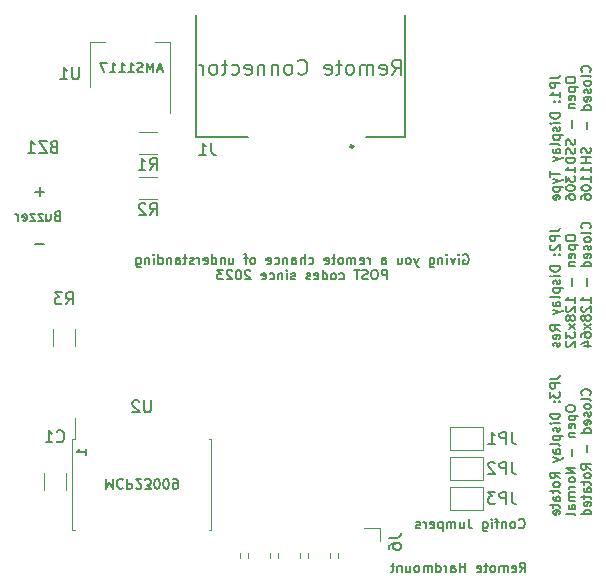
<source format=gbr>
%TF.GenerationSoftware,KiCad,Pcbnew,7.0.8*%
%TF.CreationDate,2024-01-15T19:45:52-06:00*%
%TF.ProjectId,remote,72656d6f-7465-42e6-9b69-6361645f7063,rev?*%
%TF.SameCoordinates,Original*%
%TF.FileFunction,Legend,Bot*%
%TF.FilePolarity,Positive*%
%FSLAX46Y46*%
G04 Gerber Fmt 4.6, Leading zero omitted, Abs format (unit mm)*
G04 Created by KiCad (PCBNEW 7.0.8) date 2024-01-15 19:45:52*
%MOMM*%
%LPD*%
G01*
G04 APERTURE LIST*
%ADD10C,0.152400*%
%ADD11C,0.150000*%
%ADD12C,0.120000*%
%ADD13C,0.250000*%
G04 APERTURE END LIST*
D10*
X143513756Y-84093603D02*
X143784689Y-83706556D01*
X143978213Y-84093603D02*
X143978213Y-83280803D01*
X143978213Y-83280803D02*
X143668575Y-83280803D01*
X143668575Y-83280803D02*
X143591165Y-83319508D01*
X143591165Y-83319508D02*
X143552460Y-83358213D01*
X143552460Y-83358213D02*
X143513756Y-83435622D01*
X143513756Y-83435622D02*
X143513756Y-83551737D01*
X143513756Y-83551737D02*
X143552460Y-83629146D01*
X143552460Y-83629146D02*
X143591165Y-83667851D01*
X143591165Y-83667851D02*
X143668575Y-83706556D01*
X143668575Y-83706556D02*
X143978213Y-83706556D01*
X142855775Y-84054899D02*
X142933184Y-84093603D01*
X142933184Y-84093603D02*
X143088003Y-84093603D01*
X143088003Y-84093603D02*
X143165413Y-84054899D01*
X143165413Y-84054899D02*
X143204117Y-83977489D01*
X143204117Y-83977489D02*
X143204117Y-83667851D01*
X143204117Y-83667851D02*
X143165413Y-83590441D01*
X143165413Y-83590441D02*
X143088003Y-83551737D01*
X143088003Y-83551737D02*
X142933184Y-83551737D01*
X142933184Y-83551737D02*
X142855775Y-83590441D01*
X142855775Y-83590441D02*
X142817070Y-83667851D01*
X142817070Y-83667851D02*
X142817070Y-83745260D01*
X142817070Y-83745260D02*
X143204117Y-83822670D01*
X142468727Y-84093603D02*
X142468727Y-83551737D01*
X142468727Y-83629146D02*
X142430022Y-83590441D01*
X142430022Y-83590441D02*
X142352612Y-83551737D01*
X142352612Y-83551737D02*
X142236498Y-83551737D01*
X142236498Y-83551737D02*
X142159089Y-83590441D01*
X142159089Y-83590441D02*
X142120384Y-83667851D01*
X142120384Y-83667851D02*
X142120384Y-84093603D01*
X142120384Y-83667851D02*
X142081679Y-83590441D01*
X142081679Y-83590441D02*
X142004270Y-83551737D01*
X142004270Y-83551737D02*
X141888155Y-83551737D01*
X141888155Y-83551737D02*
X141810746Y-83590441D01*
X141810746Y-83590441D02*
X141772041Y-83667851D01*
X141772041Y-83667851D02*
X141772041Y-84093603D01*
X141268879Y-84093603D02*
X141346289Y-84054899D01*
X141346289Y-84054899D02*
X141384994Y-84016194D01*
X141384994Y-84016194D02*
X141423698Y-83938784D01*
X141423698Y-83938784D02*
X141423698Y-83706556D01*
X141423698Y-83706556D02*
X141384994Y-83629146D01*
X141384994Y-83629146D02*
X141346289Y-83590441D01*
X141346289Y-83590441D02*
X141268879Y-83551737D01*
X141268879Y-83551737D02*
X141152765Y-83551737D01*
X141152765Y-83551737D02*
X141075356Y-83590441D01*
X141075356Y-83590441D02*
X141036651Y-83629146D01*
X141036651Y-83629146D02*
X140997946Y-83706556D01*
X140997946Y-83706556D02*
X140997946Y-83938784D01*
X140997946Y-83938784D02*
X141036651Y-84016194D01*
X141036651Y-84016194D02*
X141075356Y-84054899D01*
X141075356Y-84054899D02*
X141152765Y-84093603D01*
X141152765Y-84093603D02*
X141268879Y-84093603D01*
X140765718Y-83551737D02*
X140456080Y-83551737D01*
X140649604Y-83280803D02*
X140649604Y-83977489D01*
X140649604Y-83977489D02*
X140610899Y-84054899D01*
X140610899Y-84054899D02*
X140533489Y-84093603D01*
X140533489Y-84093603D02*
X140456080Y-84093603D01*
X139875509Y-84054899D02*
X139952918Y-84093603D01*
X139952918Y-84093603D02*
X140107737Y-84093603D01*
X140107737Y-84093603D02*
X140185147Y-84054899D01*
X140185147Y-84054899D02*
X140223851Y-83977489D01*
X140223851Y-83977489D02*
X140223851Y-83667851D01*
X140223851Y-83667851D02*
X140185147Y-83590441D01*
X140185147Y-83590441D02*
X140107737Y-83551737D01*
X140107737Y-83551737D02*
X139952918Y-83551737D01*
X139952918Y-83551737D02*
X139875509Y-83590441D01*
X139875509Y-83590441D02*
X139836804Y-83667851D01*
X139836804Y-83667851D02*
X139836804Y-83745260D01*
X139836804Y-83745260D02*
X140223851Y-83822670D01*
X138869185Y-84093603D02*
X138869185Y-83280803D01*
X138869185Y-83667851D02*
X138404728Y-83667851D01*
X138404728Y-84093603D02*
X138404728Y-83280803D01*
X137669337Y-84093603D02*
X137669337Y-83667851D01*
X137669337Y-83667851D02*
X137708042Y-83590441D01*
X137708042Y-83590441D02*
X137785451Y-83551737D01*
X137785451Y-83551737D02*
X137940270Y-83551737D01*
X137940270Y-83551737D02*
X138017680Y-83590441D01*
X137669337Y-84054899D02*
X137746746Y-84093603D01*
X137746746Y-84093603D02*
X137940270Y-84093603D01*
X137940270Y-84093603D02*
X138017680Y-84054899D01*
X138017680Y-84054899D02*
X138056384Y-83977489D01*
X138056384Y-83977489D02*
X138056384Y-83900079D01*
X138056384Y-83900079D02*
X138017680Y-83822670D01*
X138017680Y-83822670D02*
X137940270Y-83783965D01*
X137940270Y-83783965D02*
X137746746Y-83783965D01*
X137746746Y-83783965D02*
X137669337Y-83745260D01*
X137282290Y-84093603D02*
X137282290Y-83551737D01*
X137282290Y-83706556D02*
X137243585Y-83629146D01*
X137243585Y-83629146D02*
X137204880Y-83590441D01*
X137204880Y-83590441D02*
X137127471Y-83551737D01*
X137127471Y-83551737D02*
X137050061Y-83551737D01*
X136430785Y-84093603D02*
X136430785Y-83280803D01*
X136430785Y-84054899D02*
X136508194Y-84093603D01*
X136508194Y-84093603D02*
X136663013Y-84093603D01*
X136663013Y-84093603D02*
X136740423Y-84054899D01*
X136740423Y-84054899D02*
X136779128Y-84016194D01*
X136779128Y-84016194D02*
X136817832Y-83938784D01*
X136817832Y-83938784D02*
X136817832Y-83706556D01*
X136817832Y-83706556D02*
X136779128Y-83629146D01*
X136779128Y-83629146D02*
X136740423Y-83590441D01*
X136740423Y-83590441D02*
X136663013Y-83551737D01*
X136663013Y-83551737D02*
X136508194Y-83551737D01*
X136508194Y-83551737D02*
X136430785Y-83590441D01*
X136043738Y-84093603D02*
X136043738Y-83551737D01*
X136043738Y-83629146D02*
X136005033Y-83590441D01*
X136005033Y-83590441D02*
X135927623Y-83551737D01*
X135927623Y-83551737D02*
X135811509Y-83551737D01*
X135811509Y-83551737D02*
X135734100Y-83590441D01*
X135734100Y-83590441D02*
X135695395Y-83667851D01*
X135695395Y-83667851D02*
X135695395Y-84093603D01*
X135695395Y-83667851D02*
X135656690Y-83590441D01*
X135656690Y-83590441D02*
X135579281Y-83551737D01*
X135579281Y-83551737D02*
X135463166Y-83551737D01*
X135463166Y-83551737D02*
X135385757Y-83590441D01*
X135385757Y-83590441D02*
X135347052Y-83667851D01*
X135347052Y-83667851D02*
X135347052Y-84093603D01*
X134843890Y-84093603D02*
X134921300Y-84054899D01*
X134921300Y-84054899D02*
X134960005Y-84016194D01*
X134960005Y-84016194D02*
X134998709Y-83938784D01*
X134998709Y-83938784D02*
X134998709Y-83706556D01*
X134998709Y-83706556D02*
X134960005Y-83629146D01*
X134960005Y-83629146D02*
X134921300Y-83590441D01*
X134921300Y-83590441D02*
X134843890Y-83551737D01*
X134843890Y-83551737D02*
X134727776Y-83551737D01*
X134727776Y-83551737D02*
X134650367Y-83590441D01*
X134650367Y-83590441D02*
X134611662Y-83629146D01*
X134611662Y-83629146D02*
X134572957Y-83706556D01*
X134572957Y-83706556D02*
X134572957Y-83938784D01*
X134572957Y-83938784D02*
X134611662Y-84016194D01*
X134611662Y-84016194D02*
X134650367Y-84054899D01*
X134650367Y-84054899D02*
X134727776Y-84093603D01*
X134727776Y-84093603D02*
X134843890Y-84093603D01*
X133876272Y-83551737D02*
X133876272Y-84093603D01*
X134224615Y-83551737D02*
X134224615Y-83977489D01*
X134224615Y-83977489D02*
X134185910Y-84054899D01*
X134185910Y-84054899D02*
X134108500Y-84093603D01*
X134108500Y-84093603D02*
X133992386Y-84093603D01*
X133992386Y-84093603D02*
X133914977Y-84054899D01*
X133914977Y-84054899D02*
X133876272Y-84016194D01*
X133489225Y-83551737D02*
X133489225Y-84093603D01*
X133489225Y-83629146D02*
X133450520Y-83590441D01*
X133450520Y-83590441D02*
X133373110Y-83551737D01*
X133373110Y-83551737D02*
X133256996Y-83551737D01*
X133256996Y-83551737D02*
X133179587Y-83590441D01*
X133179587Y-83590441D02*
X133140882Y-83667851D01*
X133140882Y-83667851D02*
X133140882Y-84093603D01*
X132869949Y-83551737D02*
X132560311Y-83551737D01*
X132753835Y-83280803D02*
X132753835Y-83977489D01*
X132753835Y-83977489D02*
X132715130Y-84054899D01*
X132715130Y-84054899D02*
X132637720Y-84093603D01*
X132637720Y-84093603D02*
X132560311Y-84093603D01*
X146074683Y-42281453D02*
X146655255Y-42281453D01*
X146655255Y-42281453D02*
X146771369Y-42242748D01*
X146771369Y-42242748D02*
X146848779Y-42165339D01*
X146848779Y-42165339D02*
X146887483Y-42049224D01*
X146887483Y-42049224D02*
X146887483Y-41971815D01*
X146887483Y-42668500D02*
X146074683Y-42668500D01*
X146074683Y-42668500D02*
X146074683Y-42978138D01*
X146074683Y-42978138D02*
X146113388Y-43055548D01*
X146113388Y-43055548D02*
X146152093Y-43094253D01*
X146152093Y-43094253D02*
X146229502Y-43132957D01*
X146229502Y-43132957D02*
X146345617Y-43132957D01*
X146345617Y-43132957D02*
X146423026Y-43094253D01*
X146423026Y-43094253D02*
X146461731Y-43055548D01*
X146461731Y-43055548D02*
X146500436Y-42978138D01*
X146500436Y-42978138D02*
X146500436Y-42668500D01*
X146887483Y-43907053D02*
X146887483Y-43442596D01*
X146887483Y-43674824D02*
X146074683Y-43674824D01*
X146074683Y-43674824D02*
X146190798Y-43597415D01*
X146190798Y-43597415D02*
X146268207Y-43520005D01*
X146268207Y-43520005D02*
X146306912Y-43442596D01*
X146810074Y-44255395D02*
X146848779Y-44294100D01*
X146848779Y-44294100D02*
X146887483Y-44255395D01*
X146887483Y-44255395D02*
X146848779Y-44216691D01*
X146848779Y-44216691D02*
X146810074Y-44255395D01*
X146810074Y-44255395D02*
X146887483Y-44255395D01*
X146384321Y-44255395D02*
X146423026Y-44294100D01*
X146423026Y-44294100D02*
X146461731Y-44255395D01*
X146461731Y-44255395D02*
X146423026Y-44216691D01*
X146423026Y-44216691D02*
X146384321Y-44255395D01*
X146384321Y-44255395D02*
X146461731Y-44255395D01*
X146887483Y-45261719D02*
X146074683Y-45261719D01*
X146074683Y-45261719D02*
X146074683Y-45455243D01*
X146074683Y-45455243D02*
X146113388Y-45571357D01*
X146113388Y-45571357D02*
X146190798Y-45648767D01*
X146190798Y-45648767D02*
X146268207Y-45687472D01*
X146268207Y-45687472D02*
X146423026Y-45726176D01*
X146423026Y-45726176D02*
X146539140Y-45726176D01*
X146539140Y-45726176D02*
X146693959Y-45687472D01*
X146693959Y-45687472D02*
X146771369Y-45648767D01*
X146771369Y-45648767D02*
X146848779Y-45571357D01*
X146848779Y-45571357D02*
X146887483Y-45455243D01*
X146887483Y-45455243D02*
X146887483Y-45261719D01*
X146887483Y-46074519D02*
X146345617Y-46074519D01*
X146074683Y-46074519D02*
X146113388Y-46035815D01*
X146113388Y-46035815D02*
X146152093Y-46074519D01*
X146152093Y-46074519D02*
X146113388Y-46113224D01*
X146113388Y-46113224D02*
X146074683Y-46074519D01*
X146074683Y-46074519D02*
X146152093Y-46074519D01*
X146848779Y-46422863D02*
X146887483Y-46500272D01*
X146887483Y-46500272D02*
X146887483Y-46655091D01*
X146887483Y-46655091D02*
X146848779Y-46732501D01*
X146848779Y-46732501D02*
X146771369Y-46771205D01*
X146771369Y-46771205D02*
X146732664Y-46771205D01*
X146732664Y-46771205D02*
X146655255Y-46732501D01*
X146655255Y-46732501D02*
X146616550Y-46655091D01*
X146616550Y-46655091D02*
X146616550Y-46538977D01*
X146616550Y-46538977D02*
X146577845Y-46461567D01*
X146577845Y-46461567D02*
X146500436Y-46422863D01*
X146500436Y-46422863D02*
X146461731Y-46422863D01*
X146461731Y-46422863D02*
X146384321Y-46461567D01*
X146384321Y-46461567D02*
X146345617Y-46538977D01*
X146345617Y-46538977D02*
X146345617Y-46655091D01*
X146345617Y-46655091D02*
X146384321Y-46732501D01*
X146345617Y-47119548D02*
X147158417Y-47119548D01*
X146384321Y-47119548D02*
X146345617Y-47196958D01*
X146345617Y-47196958D02*
X146345617Y-47351777D01*
X146345617Y-47351777D02*
X146384321Y-47429186D01*
X146384321Y-47429186D02*
X146423026Y-47467891D01*
X146423026Y-47467891D02*
X146500436Y-47506596D01*
X146500436Y-47506596D02*
X146732664Y-47506596D01*
X146732664Y-47506596D02*
X146810074Y-47467891D01*
X146810074Y-47467891D02*
X146848779Y-47429186D01*
X146848779Y-47429186D02*
X146887483Y-47351777D01*
X146887483Y-47351777D02*
X146887483Y-47196958D01*
X146887483Y-47196958D02*
X146848779Y-47119548D01*
X146887483Y-47971053D02*
X146848779Y-47893643D01*
X146848779Y-47893643D02*
X146771369Y-47854938D01*
X146771369Y-47854938D02*
X146074683Y-47854938D01*
X146887483Y-48629033D02*
X146461731Y-48629033D01*
X146461731Y-48629033D02*
X146384321Y-48590328D01*
X146384321Y-48590328D02*
X146345617Y-48512919D01*
X146345617Y-48512919D02*
X146345617Y-48358100D01*
X146345617Y-48358100D02*
X146384321Y-48280690D01*
X146848779Y-48629033D02*
X146887483Y-48551624D01*
X146887483Y-48551624D02*
X146887483Y-48358100D01*
X146887483Y-48358100D02*
X146848779Y-48280690D01*
X146848779Y-48280690D02*
X146771369Y-48241986D01*
X146771369Y-48241986D02*
X146693959Y-48241986D01*
X146693959Y-48241986D02*
X146616550Y-48280690D01*
X146616550Y-48280690D02*
X146577845Y-48358100D01*
X146577845Y-48358100D02*
X146577845Y-48551624D01*
X146577845Y-48551624D02*
X146539140Y-48629033D01*
X146345617Y-48938671D02*
X146887483Y-49132195D01*
X146345617Y-49325718D02*
X146887483Y-49132195D01*
X146887483Y-49132195D02*
X147081007Y-49054785D01*
X147081007Y-49054785D02*
X147119712Y-49016080D01*
X147119712Y-49016080D02*
X147158417Y-48938671D01*
X146074683Y-50138518D02*
X146074683Y-50602975D01*
X146887483Y-50370747D02*
X146074683Y-50370747D01*
X146345617Y-50796499D02*
X146887483Y-50990023D01*
X146345617Y-51183546D02*
X146887483Y-50990023D01*
X146887483Y-50990023D02*
X147081007Y-50912613D01*
X147081007Y-50912613D02*
X147119712Y-50873908D01*
X147119712Y-50873908D02*
X147158417Y-50796499D01*
X146345617Y-51493184D02*
X147158417Y-51493184D01*
X146384321Y-51493184D02*
X146345617Y-51570594D01*
X146345617Y-51570594D02*
X146345617Y-51725413D01*
X146345617Y-51725413D02*
X146384321Y-51802822D01*
X146384321Y-51802822D02*
X146423026Y-51841527D01*
X146423026Y-51841527D02*
X146500436Y-51880232D01*
X146500436Y-51880232D02*
X146732664Y-51880232D01*
X146732664Y-51880232D02*
X146810074Y-51841527D01*
X146810074Y-51841527D02*
X146848779Y-51802822D01*
X146848779Y-51802822D02*
X146887483Y-51725413D01*
X146887483Y-51725413D02*
X146887483Y-51570594D01*
X146887483Y-51570594D02*
X146848779Y-51493184D01*
X146848779Y-52538212D02*
X146887483Y-52460803D01*
X146887483Y-52460803D02*
X146887483Y-52305984D01*
X146887483Y-52305984D02*
X146848779Y-52228574D01*
X146848779Y-52228574D02*
X146771369Y-52189870D01*
X146771369Y-52189870D02*
X146461731Y-52189870D01*
X146461731Y-52189870D02*
X146384321Y-52228574D01*
X146384321Y-52228574D02*
X146345617Y-52305984D01*
X146345617Y-52305984D02*
X146345617Y-52460803D01*
X146345617Y-52460803D02*
X146384321Y-52538212D01*
X146384321Y-52538212D02*
X146461731Y-52576917D01*
X146461731Y-52576917D02*
X146539140Y-52576917D01*
X146539140Y-52576917D02*
X146616550Y-52189870D01*
X147383291Y-42358862D02*
X147383291Y-42513681D01*
X147383291Y-42513681D02*
X147421996Y-42591091D01*
X147421996Y-42591091D02*
X147499406Y-42668500D01*
X147499406Y-42668500D02*
X147654225Y-42707205D01*
X147654225Y-42707205D02*
X147925158Y-42707205D01*
X147925158Y-42707205D02*
X148079977Y-42668500D01*
X148079977Y-42668500D02*
X148157387Y-42591091D01*
X148157387Y-42591091D02*
X148196091Y-42513681D01*
X148196091Y-42513681D02*
X148196091Y-42358862D01*
X148196091Y-42358862D02*
X148157387Y-42281453D01*
X148157387Y-42281453D02*
X148079977Y-42204043D01*
X148079977Y-42204043D02*
X147925158Y-42165339D01*
X147925158Y-42165339D02*
X147654225Y-42165339D01*
X147654225Y-42165339D02*
X147499406Y-42204043D01*
X147499406Y-42204043D02*
X147421996Y-42281453D01*
X147421996Y-42281453D02*
X147383291Y-42358862D01*
X147654225Y-43055548D02*
X148467025Y-43055548D01*
X147692929Y-43055548D02*
X147654225Y-43132958D01*
X147654225Y-43132958D02*
X147654225Y-43287777D01*
X147654225Y-43287777D02*
X147692929Y-43365186D01*
X147692929Y-43365186D02*
X147731634Y-43403891D01*
X147731634Y-43403891D02*
X147809044Y-43442596D01*
X147809044Y-43442596D02*
X148041272Y-43442596D01*
X148041272Y-43442596D02*
X148118682Y-43403891D01*
X148118682Y-43403891D02*
X148157387Y-43365186D01*
X148157387Y-43365186D02*
X148196091Y-43287777D01*
X148196091Y-43287777D02*
X148196091Y-43132958D01*
X148196091Y-43132958D02*
X148157387Y-43055548D01*
X148157387Y-44100576D02*
X148196091Y-44023167D01*
X148196091Y-44023167D02*
X148196091Y-43868348D01*
X148196091Y-43868348D02*
X148157387Y-43790938D01*
X148157387Y-43790938D02*
X148079977Y-43752234D01*
X148079977Y-43752234D02*
X147770339Y-43752234D01*
X147770339Y-43752234D02*
X147692929Y-43790938D01*
X147692929Y-43790938D02*
X147654225Y-43868348D01*
X147654225Y-43868348D02*
X147654225Y-44023167D01*
X147654225Y-44023167D02*
X147692929Y-44100576D01*
X147692929Y-44100576D02*
X147770339Y-44139281D01*
X147770339Y-44139281D02*
X147847748Y-44139281D01*
X147847748Y-44139281D02*
X147925158Y-43752234D01*
X147654225Y-44487624D02*
X148196091Y-44487624D01*
X147731634Y-44487624D02*
X147692929Y-44526329D01*
X147692929Y-44526329D02*
X147654225Y-44603739D01*
X147654225Y-44603739D02*
X147654225Y-44719853D01*
X147654225Y-44719853D02*
X147692929Y-44797262D01*
X147692929Y-44797262D02*
X147770339Y-44835967D01*
X147770339Y-44835967D02*
X148196091Y-44835967D01*
X147886453Y-45842290D02*
X147886453Y-46461567D01*
X148157387Y-47429186D02*
X148196091Y-47545300D01*
X148196091Y-47545300D02*
X148196091Y-47738824D01*
X148196091Y-47738824D02*
X148157387Y-47816233D01*
X148157387Y-47816233D02*
X148118682Y-47854938D01*
X148118682Y-47854938D02*
X148041272Y-47893643D01*
X148041272Y-47893643D02*
X147963863Y-47893643D01*
X147963863Y-47893643D02*
X147886453Y-47854938D01*
X147886453Y-47854938D02*
X147847748Y-47816233D01*
X147847748Y-47816233D02*
X147809044Y-47738824D01*
X147809044Y-47738824D02*
X147770339Y-47584005D01*
X147770339Y-47584005D02*
X147731634Y-47506595D01*
X147731634Y-47506595D02*
X147692929Y-47467890D01*
X147692929Y-47467890D02*
X147615520Y-47429186D01*
X147615520Y-47429186D02*
X147538110Y-47429186D01*
X147538110Y-47429186D02*
X147460701Y-47467890D01*
X147460701Y-47467890D02*
X147421996Y-47506595D01*
X147421996Y-47506595D02*
X147383291Y-47584005D01*
X147383291Y-47584005D02*
X147383291Y-47777528D01*
X147383291Y-47777528D02*
X147421996Y-47893643D01*
X148157387Y-48203281D02*
X148196091Y-48319395D01*
X148196091Y-48319395D02*
X148196091Y-48512919D01*
X148196091Y-48512919D02*
X148157387Y-48590328D01*
X148157387Y-48590328D02*
X148118682Y-48629033D01*
X148118682Y-48629033D02*
X148041272Y-48667738D01*
X148041272Y-48667738D02*
X147963863Y-48667738D01*
X147963863Y-48667738D02*
X147886453Y-48629033D01*
X147886453Y-48629033D02*
X147847748Y-48590328D01*
X147847748Y-48590328D02*
X147809044Y-48512919D01*
X147809044Y-48512919D02*
X147770339Y-48358100D01*
X147770339Y-48358100D02*
X147731634Y-48280690D01*
X147731634Y-48280690D02*
X147692929Y-48241985D01*
X147692929Y-48241985D02*
X147615520Y-48203281D01*
X147615520Y-48203281D02*
X147538110Y-48203281D01*
X147538110Y-48203281D02*
X147460701Y-48241985D01*
X147460701Y-48241985D02*
X147421996Y-48280690D01*
X147421996Y-48280690D02*
X147383291Y-48358100D01*
X147383291Y-48358100D02*
X147383291Y-48551623D01*
X147383291Y-48551623D02*
X147421996Y-48667738D01*
X148196091Y-49016080D02*
X147383291Y-49016080D01*
X147383291Y-49016080D02*
X147383291Y-49209604D01*
X147383291Y-49209604D02*
X147421996Y-49325718D01*
X147421996Y-49325718D02*
X147499406Y-49403128D01*
X147499406Y-49403128D02*
X147576815Y-49441833D01*
X147576815Y-49441833D02*
X147731634Y-49480537D01*
X147731634Y-49480537D02*
X147847748Y-49480537D01*
X147847748Y-49480537D02*
X148002567Y-49441833D01*
X148002567Y-49441833D02*
X148079977Y-49403128D01*
X148079977Y-49403128D02*
X148157387Y-49325718D01*
X148157387Y-49325718D02*
X148196091Y-49209604D01*
X148196091Y-49209604D02*
X148196091Y-49016080D01*
X148196091Y-50254633D02*
X148196091Y-49790176D01*
X148196091Y-50022404D02*
X147383291Y-50022404D01*
X147383291Y-50022404D02*
X147499406Y-49944995D01*
X147499406Y-49944995D02*
X147576815Y-49867585D01*
X147576815Y-49867585D02*
X147615520Y-49790176D01*
X147383291Y-50525566D02*
X147383291Y-51028728D01*
X147383291Y-51028728D02*
X147692929Y-50757794D01*
X147692929Y-50757794D02*
X147692929Y-50873909D01*
X147692929Y-50873909D02*
X147731634Y-50951318D01*
X147731634Y-50951318D02*
X147770339Y-50990023D01*
X147770339Y-50990023D02*
X147847748Y-51028728D01*
X147847748Y-51028728D02*
X148041272Y-51028728D01*
X148041272Y-51028728D02*
X148118682Y-50990023D01*
X148118682Y-50990023D02*
X148157387Y-50951318D01*
X148157387Y-50951318D02*
X148196091Y-50873909D01*
X148196091Y-50873909D02*
X148196091Y-50641680D01*
X148196091Y-50641680D02*
X148157387Y-50564271D01*
X148157387Y-50564271D02*
X148118682Y-50525566D01*
X147383291Y-51531889D02*
X147383291Y-51609299D01*
X147383291Y-51609299D02*
X147421996Y-51686708D01*
X147421996Y-51686708D02*
X147460701Y-51725413D01*
X147460701Y-51725413D02*
X147538110Y-51764118D01*
X147538110Y-51764118D02*
X147692929Y-51802823D01*
X147692929Y-51802823D02*
X147886453Y-51802823D01*
X147886453Y-51802823D02*
X148041272Y-51764118D01*
X148041272Y-51764118D02*
X148118682Y-51725413D01*
X148118682Y-51725413D02*
X148157387Y-51686708D01*
X148157387Y-51686708D02*
X148196091Y-51609299D01*
X148196091Y-51609299D02*
X148196091Y-51531889D01*
X148196091Y-51531889D02*
X148157387Y-51454480D01*
X148157387Y-51454480D02*
X148118682Y-51415775D01*
X148118682Y-51415775D02*
X148041272Y-51377070D01*
X148041272Y-51377070D02*
X147886453Y-51338366D01*
X147886453Y-51338366D02*
X147692929Y-51338366D01*
X147692929Y-51338366D02*
X147538110Y-51377070D01*
X147538110Y-51377070D02*
X147460701Y-51415775D01*
X147460701Y-51415775D02*
X147421996Y-51454480D01*
X147421996Y-51454480D02*
X147383291Y-51531889D01*
X147383291Y-52499508D02*
X147383291Y-52344689D01*
X147383291Y-52344689D02*
X147421996Y-52267280D01*
X147421996Y-52267280D02*
X147460701Y-52228575D01*
X147460701Y-52228575D02*
X147576815Y-52151165D01*
X147576815Y-52151165D02*
X147731634Y-52112461D01*
X147731634Y-52112461D02*
X148041272Y-52112461D01*
X148041272Y-52112461D02*
X148118682Y-52151165D01*
X148118682Y-52151165D02*
X148157387Y-52189870D01*
X148157387Y-52189870D02*
X148196091Y-52267280D01*
X148196091Y-52267280D02*
X148196091Y-52422099D01*
X148196091Y-52422099D02*
X148157387Y-52499508D01*
X148157387Y-52499508D02*
X148118682Y-52538213D01*
X148118682Y-52538213D02*
X148041272Y-52576918D01*
X148041272Y-52576918D02*
X147847748Y-52576918D01*
X147847748Y-52576918D02*
X147770339Y-52538213D01*
X147770339Y-52538213D02*
X147731634Y-52499508D01*
X147731634Y-52499508D02*
X147692929Y-52422099D01*
X147692929Y-52422099D02*
X147692929Y-52267280D01*
X147692929Y-52267280D02*
X147731634Y-52189870D01*
X147731634Y-52189870D02*
X147770339Y-52151165D01*
X147770339Y-52151165D02*
X147847748Y-52112461D01*
X149427290Y-41739586D02*
X149465995Y-41700882D01*
X149465995Y-41700882D02*
X149504699Y-41584767D01*
X149504699Y-41584767D02*
X149504699Y-41507358D01*
X149504699Y-41507358D02*
X149465995Y-41391244D01*
X149465995Y-41391244D02*
X149388585Y-41313834D01*
X149388585Y-41313834D02*
X149311175Y-41275129D01*
X149311175Y-41275129D02*
X149156356Y-41236425D01*
X149156356Y-41236425D02*
X149040242Y-41236425D01*
X149040242Y-41236425D02*
X148885423Y-41275129D01*
X148885423Y-41275129D02*
X148808014Y-41313834D01*
X148808014Y-41313834D02*
X148730604Y-41391244D01*
X148730604Y-41391244D02*
X148691899Y-41507358D01*
X148691899Y-41507358D02*
X148691899Y-41584767D01*
X148691899Y-41584767D02*
X148730604Y-41700882D01*
X148730604Y-41700882D02*
X148769309Y-41739586D01*
X149504699Y-42204044D02*
X149465995Y-42126634D01*
X149465995Y-42126634D02*
X149388585Y-42087929D01*
X149388585Y-42087929D02*
X148691899Y-42087929D01*
X149504699Y-42629796D02*
X149465995Y-42552386D01*
X149465995Y-42552386D02*
X149427290Y-42513681D01*
X149427290Y-42513681D02*
X149349880Y-42474977D01*
X149349880Y-42474977D02*
X149117652Y-42474977D01*
X149117652Y-42474977D02*
X149040242Y-42513681D01*
X149040242Y-42513681D02*
X149001537Y-42552386D01*
X149001537Y-42552386D02*
X148962833Y-42629796D01*
X148962833Y-42629796D02*
X148962833Y-42745910D01*
X148962833Y-42745910D02*
X149001537Y-42823319D01*
X149001537Y-42823319D02*
X149040242Y-42862024D01*
X149040242Y-42862024D02*
X149117652Y-42900729D01*
X149117652Y-42900729D02*
X149349880Y-42900729D01*
X149349880Y-42900729D02*
X149427290Y-42862024D01*
X149427290Y-42862024D02*
X149465995Y-42823319D01*
X149465995Y-42823319D02*
X149504699Y-42745910D01*
X149504699Y-42745910D02*
X149504699Y-42629796D01*
X149465995Y-43210367D02*
X149504699Y-43287776D01*
X149504699Y-43287776D02*
X149504699Y-43442595D01*
X149504699Y-43442595D02*
X149465995Y-43520005D01*
X149465995Y-43520005D02*
X149388585Y-43558709D01*
X149388585Y-43558709D02*
X149349880Y-43558709D01*
X149349880Y-43558709D02*
X149272471Y-43520005D01*
X149272471Y-43520005D02*
X149233766Y-43442595D01*
X149233766Y-43442595D02*
X149233766Y-43326481D01*
X149233766Y-43326481D02*
X149195061Y-43249071D01*
X149195061Y-43249071D02*
X149117652Y-43210367D01*
X149117652Y-43210367D02*
X149078947Y-43210367D01*
X149078947Y-43210367D02*
X149001537Y-43249071D01*
X149001537Y-43249071D02*
X148962833Y-43326481D01*
X148962833Y-43326481D02*
X148962833Y-43442595D01*
X148962833Y-43442595D02*
X149001537Y-43520005D01*
X149465995Y-44216690D02*
X149504699Y-44139281D01*
X149504699Y-44139281D02*
X149504699Y-43984462D01*
X149504699Y-43984462D02*
X149465995Y-43907052D01*
X149465995Y-43907052D02*
X149388585Y-43868348D01*
X149388585Y-43868348D02*
X149078947Y-43868348D01*
X149078947Y-43868348D02*
X149001537Y-43907052D01*
X149001537Y-43907052D02*
X148962833Y-43984462D01*
X148962833Y-43984462D02*
X148962833Y-44139281D01*
X148962833Y-44139281D02*
X149001537Y-44216690D01*
X149001537Y-44216690D02*
X149078947Y-44255395D01*
X149078947Y-44255395D02*
X149156356Y-44255395D01*
X149156356Y-44255395D02*
X149233766Y-43868348D01*
X149504699Y-44952081D02*
X148691899Y-44952081D01*
X149465995Y-44952081D02*
X149504699Y-44874672D01*
X149504699Y-44874672D02*
X149504699Y-44719853D01*
X149504699Y-44719853D02*
X149465995Y-44642443D01*
X149465995Y-44642443D02*
X149427290Y-44603738D01*
X149427290Y-44603738D02*
X149349880Y-44565034D01*
X149349880Y-44565034D02*
X149117652Y-44565034D01*
X149117652Y-44565034D02*
X149040242Y-44603738D01*
X149040242Y-44603738D02*
X149001537Y-44642443D01*
X149001537Y-44642443D02*
X148962833Y-44719853D01*
X148962833Y-44719853D02*
X148962833Y-44874672D01*
X148962833Y-44874672D02*
X149001537Y-44952081D01*
X149195061Y-45958404D02*
X149195061Y-46577681D01*
X149465995Y-48164576D02*
X149504699Y-48280690D01*
X149504699Y-48280690D02*
X149504699Y-48474214D01*
X149504699Y-48474214D02*
X149465995Y-48551623D01*
X149465995Y-48551623D02*
X149427290Y-48590328D01*
X149427290Y-48590328D02*
X149349880Y-48629033D01*
X149349880Y-48629033D02*
X149272471Y-48629033D01*
X149272471Y-48629033D02*
X149195061Y-48590328D01*
X149195061Y-48590328D02*
X149156356Y-48551623D01*
X149156356Y-48551623D02*
X149117652Y-48474214D01*
X149117652Y-48474214D02*
X149078947Y-48319395D01*
X149078947Y-48319395D02*
X149040242Y-48241985D01*
X149040242Y-48241985D02*
X149001537Y-48203280D01*
X149001537Y-48203280D02*
X148924128Y-48164576D01*
X148924128Y-48164576D02*
X148846718Y-48164576D01*
X148846718Y-48164576D02*
X148769309Y-48203280D01*
X148769309Y-48203280D02*
X148730604Y-48241985D01*
X148730604Y-48241985D02*
X148691899Y-48319395D01*
X148691899Y-48319395D02*
X148691899Y-48512918D01*
X148691899Y-48512918D02*
X148730604Y-48629033D01*
X149504699Y-48977375D02*
X148691899Y-48977375D01*
X149078947Y-48977375D02*
X149078947Y-49441832D01*
X149504699Y-49441832D02*
X148691899Y-49441832D01*
X149504699Y-50254633D02*
X149504699Y-49790176D01*
X149504699Y-50022404D02*
X148691899Y-50022404D01*
X148691899Y-50022404D02*
X148808014Y-49944995D01*
X148808014Y-49944995D02*
X148885423Y-49867585D01*
X148885423Y-49867585D02*
X148924128Y-49790176D01*
X149504699Y-51028728D02*
X149504699Y-50564271D01*
X149504699Y-50796499D02*
X148691899Y-50796499D01*
X148691899Y-50796499D02*
X148808014Y-50719090D01*
X148808014Y-50719090D02*
X148885423Y-50641680D01*
X148885423Y-50641680D02*
X148924128Y-50564271D01*
X148691899Y-51531889D02*
X148691899Y-51609299D01*
X148691899Y-51609299D02*
X148730604Y-51686708D01*
X148730604Y-51686708D02*
X148769309Y-51725413D01*
X148769309Y-51725413D02*
X148846718Y-51764118D01*
X148846718Y-51764118D02*
X149001537Y-51802823D01*
X149001537Y-51802823D02*
X149195061Y-51802823D01*
X149195061Y-51802823D02*
X149349880Y-51764118D01*
X149349880Y-51764118D02*
X149427290Y-51725413D01*
X149427290Y-51725413D02*
X149465995Y-51686708D01*
X149465995Y-51686708D02*
X149504699Y-51609299D01*
X149504699Y-51609299D02*
X149504699Y-51531889D01*
X149504699Y-51531889D02*
X149465995Y-51454480D01*
X149465995Y-51454480D02*
X149427290Y-51415775D01*
X149427290Y-51415775D02*
X149349880Y-51377070D01*
X149349880Y-51377070D02*
X149195061Y-51338366D01*
X149195061Y-51338366D02*
X149001537Y-51338366D01*
X149001537Y-51338366D02*
X148846718Y-51377070D01*
X148846718Y-51377070D02*
X148769309Y-51415775D01*
X148769309Y-51415775D02*
X148730604Y-51454480D01*
X148730604Y-51454480D02*
X148691899Y-51531889D01*
X148691899Y-52499508D02*
X148691899Y-52344689D01*
X148691899Y-52344689D02*
X148730604Y-52267280D01*
X148730604Y-52267280D02*
X148769309Y-52228575D01*
X148769309Y-52228575D02*
X148885423Y-52151165D01*
X148885423Y-52151165D02*
X149040242Y-52112461D01*
X149040242Y-52112461D02*
X149349880Y-52112461D01*
X149349880Y-52112461D02*
X149427290Y-52151165D01*
X149427290Y-52151165D02*
X149465995Y-52189870D01*
X149465995Y-52189870D02*
X149504699Y-52267280D01*
X149504699Y-52267280D02*
X149504699Y-52422099D01*
X149504699Y-52422099D02*
X149465995Y-52499508D01*
X149465995Y-52499508D02*
X149427290Y-52538213D01*
X149427290Y-52538213D02*
X149349880Y-52576918D01*
X149349880Y-52576918D02*
X149156356Y-52576918D01*
X149156356Y-52576918D02*
X149078947Y-52538213D01*
X149078947Y-52538213D02*
X149040242Y-52499508D01*
X149040242Y-52499508D02*
X149001537Y-52422099D01*
X149001537Y-52422099D02*
X149001537Y-52267280D01*
X149001537Y-52267280D02*
X149040242Y-52189870D01*
X149040242Y-52189870D02*
X149078947Y-52151165D01*
X149078947Y-52151165D02*
X149156356Y-52112461D01*
X113210217Y-41537863D02*
X112823170Y-41537863D01*
X113287627Y-41770091D02*
X113016694Y-40957291D01*
X113016694Y-40957291D02*
X112745760Y-41770091D01*
X112474827Y-41770091D02*
X112474827Y-40957291D01*
X112474827Y-40957291D02*
X112203893Y-41537863D01*
X112203893Y-41537863D02*
X111932960Y-40957291D01*
X111932960Y-40957291D02*
X111932960Y-41770091D01*
X111584617Y-41731387D02*
X111468503Y-41770091D01*
X111468503Y-41770091D02*
X111274979Y-41770091D01*
X111274979Y-41770091D02*
X111197570Y-41731387D01*
X111197570Y-41731387D02*
X111158865Y-41692682D01*
X111158865Y-41692682D02*
X111120160Y-41615272D01*
X111120160Y-41615272D02*
X111120160Y-41537863D01*
X111120160Y-41537863D02*
X111158865Y-41460453D01*
X111158865Y-41460453D02*
X111197570Y-41421748D01*
X111197570Y-41421748D02*
X111274979Y-41383044D01*
X111274979Y-41383044D02*
X111429798Y-41344339D01*
X111429798Y-41344339D02*
X111507208Y-41305634D01*
X111507208Y-41305634D02*
X111545913Y-41266929D01*
X111545913Y-41266929D02*
X111584617Y-41189520D01*
X111584617Y-41189520D02*
X111584617Y-41112110D01*
X111584617Y-41112110D02*
X111545913Y-41034701D01*
X111545913Y-41034701D02*
X111507208Y-40995996D01*
X111507208Y-40995996D02*
X111429798Y-40957291D01*
X111429798Y-40957291D02*
X111236275Y-40957291D01*
X111236275Y-40957291D02*
X111120160Y-40995996D01*
X110346065Y-41770091D02*
X110810522Y-41770091D01*
X110578294Y-41770091D02*
X110578294Y-40957291D01*
X110578294Y-40957291D02*
X110655703Y-41073406D01*
X110655703Y-41073406D02*
X110733113Y-41150815D01*
X110733113Y-41150815D02*
X110810522Y-41189520D01*
X109571970Y-41770091D02*
X110036427Y-41770091D01*
X109804199Y-41770091D02*
X109804199Y-40957291D01*
X109804199Y-40957291D02*
X109881608Y-41073406D01*
X109881608Y-41073406D02*
X109959018Y-41150815D01*
X109959018Y-41150815D02*
X110036427Y-41189520D01*
X108797875Y-41770091D02*
X109262332Y-41770091D01*
X109030104Y-41770091D02*
X109030104Y-40957291D01*
X109030104Y-40957291D02*
X109107513Y-41073406D01*
X109107513Y-41073406D02*
X109184923Y-41150815D01*
X109184923Y-41150815D02*
X109262332Y-41189520D01*
X108526942Y-40957291D02*
X107985076Y-40957291D01*
X107985076Y-40957291D02*
X108333418Y-41770091D01*
X146074683Y-67712901D02*
X146655255Y-67712901D01*
X146655255Y-67712901D02*
X146771369Y-67674196D01*
X146771369Y-67674196D02*
X146848779Y-67596787D01*
X146848779Y-67596787D02*
X146887483Y-67480672D01*
X146887483Y-67480672D02*
X146887483Y-67403263D01*
X146887483Y-68099948D02*
X146074683Y-68099948D01*
X146074683Y-68099948D02*
X146074683Y-68409586D01*
X146074683Y-68409586D02*
X146113388Y-68486996D01*
X146113388Y-68486996D02*
X146152093Y-68525701D01*
X146152093Y-68525701D02*
X146229502Y-68564405D01*
X146229502Y-68564405D02*
X146345617Y-68564405D01*
X146345617Y-68564405D02*
X146423026Y-68525701D01*
X146423026Y-68525701D02*
X146461731Y-68486996D01*
X146461731Y-68486996D02*
X146500436Y-68409586D01*
X146500436Y-68409586D02*
X146500436Y-68099948D01*
X146074683Y-68835339D02*
X146074683Y-69338501D01*
X146074683Y-69338501D02*
X146384321Y-69067567D01*
X146384321Y-69067567D02*
X146384321Y-69183682D01*
X146384321Y-69183682D02*
X146423026Y-69261091D01*
X146423026Y-69261091D02*
X146461731Y-69299796D01*
X146461731Y-69299796D02*
X146539140Y-69338501D01*
X146539140Y-69338501D02*
X146732664Y-69338501D01*
X146732664Y-69338501D02*
X146810074Y-69299796D01*
X146810074Y-69299796D02*
X146848779Y-69261091D01*
X146848779Y-69261091D02*
X146887483Y-69183682D01*
X146887483Y-69183682D02*
X146887483Y-68951453D01*
X146887483Y-68951453D02*
X146848779Y-68874044D01*
X146848779Y-68874044D02*
X146810074Y-68835339D01*
X146810074Y-69686843D02*
X146848779Y-69725548D01*
X146848779Y-69725548D02*
X146887483Y-69686843D01*
X146887483Y-69686843D02*
X146848779Y-69648139D01*
X146848779Y-69648139D02*
X146810074Y-69686843D01*
X146810074Y-69686843D02*
X146887483Y-69686843D01*
X146384321Y-69686843D02*
X146423026Y-69725548D01*
X146423026Y-69725548D02*
X146461731Y-69686843D01*
X146461731Y-69686843D02*
X146423026Y-69648139D01*
X146423026Y-69648139D02*
X146384321Y-69686843D01*
X146384321Y-69686843D02*
X146461731Y-69686843D01*
X146887483Y-70693167D02*
X146074683Y-70693167D01*
X146074683Y-70693167D02*
X146074683Y-70886691D01*
X146074683Y-70886691D02*
X146113388Y-71002805D01*
X146113388Y-71002805D02*
X146190798Y-71080215D01*
X146190798Y-71080215D02*
X146268207Y-71118920D01*
X146268207Y-71118920D02*
X146423026Y-71157624D01*
X146423026Y-71157624D02*
X146539140Y-71157624D01*
X146539140Y-71157624D02*
X146693959Y-71118920D01*
X146693959Y-71118920D02*
X146771369Y-71080215D01*
X146771369Y-71080215D02*
X146848779Y-71002805D01*
X146848779Y-71002805D02*
X146887483Y-70886691D01*
X146887483Y-70886691D02*
X146887483Y-70693167D01*
X146887483Y-71505967D02*
X146345617Y-71505967D01*
X146074683Y-71505967D02*
X146113388Y-71467263D01*
X146113388Y-71467263D02*
X146152093Y-71505967D01*
X146152093Y-71505967D02*
X146113388Y-71544672D01*
X146113388Y-71544672D02*
X146074683Y-71505967D01*
X146074683Y-71505967D02*
X146152093Y-71505967D01*
X146848779Y-71854311D02*
X146887483Y-71931720D01*
X146887483Y-71931720D02*
X146887483Y-72086539D01*
X146887483Y-72086539D02*
X146848779Y-72163949D01*
X146848779Y-72163949D02*
X146771369Y-72202653D01*
X146771369Y-72202653D02*
X146732664Y-72202653D01*
X146732664Y-72202653D02*
X146655255Y-72163949D01*
X146655255Y-72163949D02*
X146616550Y-72086539D01*
X146616550Y-72086539D02*
X146616550Y-71970425D01*
X146616550Y-71970425D02*
X146577845Y-71893015D01*
X146577845Y-71893015D02*
X146500436Y-71854311D01*
X146500436Y-71854311D02*
X146461731Y-71854311D01*
X146461731Y-71854311D02*
X146384321Y-71893015D01*
X146384321Y-71893015D02*
X146345617Y-71970425D01*
X146345617Y-71970425D02*
X146345617Y-72086539D01*
X146345617Y-72086539D02*
X146384321Y-72163949D01*
X146345617Y-72550996D02*
X147158417Y-72550996D01*
X146384321Y-72550996D02*
X146345617Y-72628406D01*
X146345617Y-72628406D02*
X146345617Y-72783225D01*
X146345617Y-72783225D02*
X146384321Y-72860634D01*
X146384321Y-72860634D02*
X146423026Y-72899339D01*
X146423026Y-72899339D02*
X146500436Y-72938044D01*
X146500436Y-72938044D02*
X146732664Y-72938044D01*
X146732664Y-72938044D02*
X146810074Y-72899339D01*
X146810074Y-72899339D02*
X146848779Y-72860634D01*
X146848779Y-72860634D02*
X146887483Y-72783225D01*
X146887483Y-72783225D02*
X146887483Y-72628406D01*
X146887483Y-72628406D02*
X146848779Y-72550996D01*
X146887483Y-73402501D02*
X146848779Y-73325091D01*
X146848779Y-73325091D02*
X146771369Y-73286386D01*
X146771369Y-73286386D02*
X146074683Y-73286386D01*
X146887483Y-74060481D02*
X146461731Y-74060481D01*
X146461731Y-74060481D02*
X146384321Y-74021776D01*
X146384321Y-74021776D02*
X146345617Y-73944367D01*
X146345617Y-73944367D02*
X146345617Y-73789548D01*
X146345617Y-73789548D02*
X146384321Y-73712138D01*
X146848779Y-74060481D02*
X146887483Y-73983072D01*
X146887483Y-73983072D02*
X146887483Y-73789548D01*
X146887483Y-73789548D02*
X146848779Y-73712138D01*
X146848779Y-73712138D02*
X146771369Y-73673434D01*
X146771369Y-73673434D02*
X146693959Y-73673434D01*
X146693959Y-73673434D02*
X146616550Y-73712138D01*
X146616550Y-73712138D02*
X146577845Y-73789548D01*
X146577845Y-73789548D02*
X146577845Y-73983072D01*
X146577845Y-73983072D02*
X146539140Y-74060481D01*
X146345617Y-74370119D02*
X146887483Y-74563643D01*
X146345617Y-74757166D02*
X146887483Y-74563643D01*
X146887483Y-74563643D02*
X147081007Y-74486233D01*
X147081007Y-74486233D02*
X147119712Y-74447528D01*
X147119712Y-74447528D02*
X147158417Y-74370119D01*
X146887483Y-76150537D02*
X146500436Y-75879604D01*
X146887483Y-75686080D02*
X146074683Y-75686080D01*
X146074683Y-75686080D02*
X146074683Y-75995718D01*
X146074683Y-75995718D02*
X146113388Y-76073128D01*
X146113388Y-76073128D02*
X146152093Y-76111833D01*
X146152093Y-76111833D02*
X146229502Y-76150537D01*
X146229502Y-76150537D02*
X146345617Y-76150537D01*
X146345617Y-76150537D02*
X146423026Y-76111833D01*
X146423026Y-76111833D02*
X146461731Y-76073128D01*
X146461731Y-76073128D02*
X146500436Y-75995718D01*
X146500436Y-75995718D02*
X146500436Y-75686080D01*
X146887483Y-76614995D02*
X146848779Y-76537585D01*
X146848779Y-76537585D02*
X146810074Y-76498880D01*
X146810074Y-76498880D02*
X146732664Y-76460176D01*
X146732664Y-76460176D02*
X146500436Y-76460176D01*
X146500436Y-76460176D02*
X146423026Y-76498880D01*
X146423026Y-76498880D02*
X146384321Y-76537585D01*
X146384321Y-76537585D02*
X146345617Y-76614995D01*
X146345617Y-76614995D02*
X146345617Y-76731109D01*
X146345617Y-76731109D02*
X146384321Y-76808518D01*
X146384321Y-76808518D02*
X146423026Y-76847223D01*
X146423026Y-76847223D02*
X146500436Y-76885928D01*
X146500436Y-76885928D02*
X146732664Y-76885928D01*
X146732664Y-76885928D02*
X146810074Y-76847223D01*
X146810074Y-76847223D02*
X146848779Y-76808518D01*
X146848779Y-76808518D02*
X146887483Y-76731109D01*
X146887483Y-76731109D02*
X146887483Y-76614995D01*
X146345617Y-77118156D02*
X146345617Y-77427794D01*
X146074683Y-77234270D02*
X146771369Y-77234270D01*
X146771369Y-77234270D02*
X146848779Y-77272975D01*
X146848779Y-77272975D02*
X146887483Y-77350385D01*
X146887483Y-77350385D02*
X146887483Y-77427794D01*
X146887483Y-78047070D02*
X146461731Y-78047070D01*
X146461731Y-78047070D02*
X146384321Y-78008365D01*
X146384321Y-78008365D02*
X146345617Y-77930956D01*
X146345617Y-77930956D02*
X146345617Y-77776137D01*
X146345617Y-77776137D02*
X146384321Y-77698727D01*
X146848779Y-78047070D02*
X146887483Y-77969661D01*
X146887483Y-77969661D02*
X146887483Y-77776137D01*
X146887483Y-77776137D02*
X146848779Y-77698727D01*
X146848779Y-77698727D02*
X146771369Y-77660023D01*
X146771369Y-77660023D02*
X146693959Y-77660023D01*
X146693959Y-77660023D02*
X146616550Y-77698727D01*
X146616550Y-77698727D02*
X146577845Y-77776137D01*
X146577845Y-77776137D02*
X146577845Y-77969661D01*
X146577845Y-77969661D02*
X146539140Y-78047070D01*
X146345617Y-78318003D02*
X146345617Y-78627641D01*
X146074683Y-78434117D02*
X146771369Y-78434117D01*
X146771369Y-78434117D02*
X146848779Y-78472822D01*
X146848779Y-78472822D02*
X146887483Y-78550232D01*
X146887483Y-78550232D02*
X146887483Y-78627641D01*
X146848779Y-79208212D02*
X146887483Y-79130803D01*
X146887483Y-79130803D02*
X146887483Y-78975984D01*
X146887483Y-78975984D02*
X146848779Y-78898574D01*
X146848779Y-78898574D02*
X146771369Y-78859870D01*
X146771369Y-78859870D02*
X146461731Y-78859870D01*
X146461731Y-78859870D02*
X146384321Y-78898574D01*
X146384321Y-78898574D02*
X146345617Y-78975984D01*
X146345617Y-78975984D02*
X146345617Y-79130803D01*
X146345617Y-79130803D02*
X146384321Y-79208212D01*
X146384321Y-79208212D02*
X146461731Y-79246917D01*
X146461731Y-79246917D02*
X146539140Y-79246917D01*
X146539140Y-79246917D02*
X146616550Y-78859870D01*
X147383291Y-70151300D02*
X147383291Y-70306119D01*
X147383291Y-70306119D02*
X147421996Y-70383529D01*
X147421996Y-70383529D02*
X147499406Y-70460938D01*
X147499406Y-70460938D02*
X147654225Y-70499643D01*
X147654225Y-70499643D02*
X147925158Y-70499643D01*
X147925158Y-70499643D02*
X148079977Y-70460938D01*
X148079977Y-70460938D02*
X148157387Y-70383529D01*
X148157387Y-70383529D02*
X148196091Y-70306119D01*
X148196091Y-70306119D02*
X148196091Y-70151300D01*
X148196091Y-70151300D02*
X148157387Y-70073891D01*
X148157387Y-70073891D02*
X148079977Y-69996481D01*
X148079977Y-69996481D02*
X147925158Y-69957777D01*
X147925158Y-69957777D02*
X147654225Y-69957777D01*
X147654225Y-69957777D02*
X147499406Y-69996481D01*
X147499406Y-69996481D02*
X147421996Y-70073891D01*
X147421996Y-70073891D02*
X147383291Y-70151300D01*
X147654225Y-70847986D02*
X148467025Y-70847986D01*
X147692929Y-70847986D02*
X147654225Y-70925396D01*
X147654225Y-70925396D02*
X147654225Y-71080215D01*
X147654225Y-71080215D02*
X147692929Y-71157624D01*
X147692929Y-71157624D02*
X147731634Y-71196329D01*
X147731634Y-71196329D02*
X147809044Y-71235034D01*
X147809044Y-71235034D02*
X148041272Y-71235034D01*
X148041272Y-71235034D02*
X148118682Y-71196329D01*
X148118682Y-71196329D02*
X148157387Y-71157624D01*
X148157387Y-71157624D02*
X148196091Y-71080215D01*
X148196091Y-71080215D02*
X148196091Y-70925396D01*
X148196091Y-70925396D02*
X148157387Y-70847986D01*
X148157387Y-71893014D02*
X148196091Y-71815605D01*
X148196091Y-71815605D02*
X148196091Y-71660786D01*
X148196091Y-71660786D02*
X148157387Y-71583376D01*
X148157387Y-71583376D02*
X148079977Y-71544672D01*
X148079977Y-71544672D02*
X147770339Y-71544672D01*
X147770339Y-71544672D02*
X147692929Y-71583376D01*
X147692929Y-71583376D02*
X147654225Y-71660786D01*
X147654225Y-71660786D02*
X147654225Y-71815605D01*
X147654225Y-71815605D02*
X147692929Y-71893014D01*
X147692929Y-71893014D02*
X147770339Y-71931719D01*
X147770339Y-71931719D02*
X147847748Y-71931719D01*
X147847748Y-71931719D02*
X147925158Y-71544672D01*
X147654225Y-72280062D02*
X148196091Y-72280062D01*
X147731634Y-72280062D02*
X147692929Y-72318767D01*
X147692929Y-72318767D02*
X147654225Y-72396177D01*
X147654225Y-72396177D02*
X147654225Y-72512291D01*
X147654225Y-72512291D02*
X147692929Y-72589700D01*
X147692929Y-72589700D02*
X147770339Y-72628405D01*
X147770339Y-72628405D02*
X148196091Y-72628405D01*
X147886453Y-73634728D02*
X147886453Y-74254005D01*
X148196091Y-75260328D02*
X147383291Y-75260328D01*
X147383291Y-75260328D02*
X148196091Y-75724785D01*
X148196091Y-75724785D02*
X147383291Y-75724785D01*
X148196091Y-76227948D02*
X148157387Y-76150538D01*
X148157387Y-76150538D02*
X148118682Y-76111833D01*
X148118682Y-76111833D02*
X148041272Y-76073129D01*
X148041272Y-76073129D02*
X147809044Y-76073129D01*
X147809044Y-76073129D02*
X147731634Y-76111833D01*
X147731634Y-76111833D02*
X147692929Y-76150538D01*
X147692929Y-76150538D02*
X147654225Y-76227948D01*
X147654225Y-76227948D02*
X147654225Y-76344062D01*
X147654225Y-76344062D02*
X147692929Y-76421471D01*
X147692929Y-76421471D02*
X147731634Y-76460176D01*
X147731634Y-76460176D02*
X147809044Y-76498881D01*
X147809044Y-76498881D02*
X148041272Y-76498881D01*
X148041272Y-76498881D02*
X148118682Y-76460176D01*
X148118682Y-76460176D02*
X148157387Y-76421471D01*
X148157387Y-76421471D02*
X148196091Y-76344062D01*
X148196091Y-76344062D02*
X148196091Y-76227948D01*
X148196091Y-76847223D02*
X147654225Y-76847223D01*
X147809044Y-76847223D02*
X147731634Y-76885928D01*
X147731634Y-76885928D02*
X147692929Y-76924633D01*
X147692929Y-76924633D02*
X147654225Y-77002042D01*
X147654225Y-77002042D02*
X147654225Y-77079452D01*
X148196091Y-77350385D02*
X147654225Y-77350385D01*
X147731634Y-77350385D02*
X147692929Y-77389090D01*
X147692929Y-77389090D02*
X147654225Y-77466500D01*
X147654225Y-77466500D02*
X147654225Y-77582614D01*
X147654225Y-77582614D02*
X147692929Y-77660023D01*
X147692929Y-77660023D02*
X147770339Y-77698728D01*
X147770339Y-77698728D02*
X148196091Y-77698728D01*
X147770339Y-77698728D02*
X147692929Y-77737433D01*
X147692929Y-77737433D02*
X147654225Y-77814842D01*
X147654225Y-77814842D02*
X147654225Y-77930957D01*
X147654225Y-77930957D02*
X147692929Y-78008366D01*
X147692929Y-78008366D02*
X147770339Y-78047071D01*
X147770339Y-78047071D02*
X148196091Y-78047071D01*
X148196091Y-78782461D02*
X147770339Y-78782461D01*
X147770339Y-78782461D02*
X147692929Y-78743756D01*
X147692929Y-78743756D02*
X147654225Y-78666347D01*
X147654225Y-78666347D02*
X147654225Y-78511528D01*
X147654225Y-78511528D02*
X147692929Y-78434118D01*
X148157387Y-78782461D02*
X148196091Y-78705052D01*
X148196091Y-78705052D02*
X148196091Y-78511528D01*
X148196091Y-78511528D02*
X148157387Y-78434118D01*
X148157387Y-78434118D02*
X148079977Y-78395414D01*
X148079977Y-78395414D02*
X148002567Y-78395414D01*
X148002567Y-78395414D02*
X147925158Y-78434118D01*
X147925158Y-78434118D02*
X147886453Y-78511528D01*
X147886453Y-78511528D02*
X147886453Y-78705052D01*
X147886453Y-78705052D02*
X147847748Y-78782461D01*
X148196091Y-79285623D02*
X148157387Y-79208213D01*
X148157387Y-79208213D02*
X148079977Y-79169508D01*
X148079977Y-79169508D02*
X147383291Y-79169508D01*
X149427290Y-69106272D02*
X149465995Y-69067568D01*
X149465995Y-69067568D02*
X149504699Y-68951453D01*
X149504699Y-68951453D02*
X149504699Y-68874044D01*
X149504699Y-68874044D02*
X149465995Y-68757930D01*
X149465995Y-68757930D02*
X149388585Y-68680520D01*
X149388585Y-68680520D02*
X149311175Y-68641815D01*
X149311175Y-68641815D02*
X149156356Y-68603111D01*
X149156356Y-68603111D02*
X149040242Y-68603111D01*
X149040242Y-68603111D02*
X148885423Y-68641815D01*
X148885423Y-68641815D02*
X148808014Y-68680520D01*
X148808014Y-68680520D02*
X148730604Y-68757930D01*
X148730604Y-68757930D02*
X148691899Y-68874044D01*
X148691899Y-68874044D02*
X148691899Y-68951453D01*
X148691899Y-68951453D02*
X148730604Y-69067568D01*
X148730604Y-69067568D02*
X148769309Y-69106272D01*
X149504699Y-69570730D02*
X149465995Y-69493320D01*
X149465995Y-69493320D02*
X149388585Y-69454615D01*
X149388585Y-69454615D02*
X148691899Y-69454615D01*
X149504699Y-69996482D02*
X149465995Y-69919072D01*
X149465995Y-69919072D02*
X149427290Y-69880367D01*
X149427290Y-69880367D02*
X149349880Y-69841663D01*
X149349880Y-69841663D02*
X149117652Y-69841663D01*
X149117652Y-69841663D02*
X149040242Y-69880367D01*
X149040242Y-69880367D02*
X149001537Y-69919072D01*
X149001537Y-69919072D02*
X148962833Y-69996482D01*
X148962833Y-69996482D02*
X148962833Y-70112596D01*
X148962833Y-70112596D02*
X149001537Y-70190005D01*
X149001537Y-70190005D02*
X149040242Y-70228710D01*
X149040242Y-70228710D02*
X149117652Y-70267415D01*
X149117652Y-70267415D02*
X149349880Y-70267415D01*
X149349880Y-70267415D02*
X149427290Y-70228710D01*
X149427290Y-70228710D02*
X149465995Y-70190005D01*
X149465995Y-70190005D02*
X149504699Y-70112596D01*
X149504699Y-70112596D02*
X149504699Y-69996482D01*
X149465995Y-70577053D02*
X149504699Y-70654462D01*
X149504699Y-70654462D02*
X149504699Y-70809281D01*
X149504699Y-70809281D02*
X149465995Y-70886691D01*
X149465995Y-70886691D02*
X149388585Y-70925395D01*
X149388585Y-70925395D02*
X149349880Y-70925395D01*
X149349880Y-70925395D02*
X149272471Y-70886691D01*
X149272471Y-70886691D02*
X149233766Y-70809281D01*
X149233766Y-70809281D02*
X149233766Y-70693167D01*
X149233766Y-70693167D02*
X149195061Y-70615757D01*
X149195061Y-70615757D02*
X149117652Y-70577053D01*
X149117652Y-70577053D02*
X149078947Y-70577053D01*
X149078947Y-70577053D02*
X149001537Y-70615757D01*
X149001537Y-70615757D02*
X148962833Y-70693167D01*
X148962833Y-70693167D02*
X148962833Y-70809281D01*
X148962833Y-70809281D02*
X149001537Y-70886691D01*
X149465995Y-71583376D02*
X149504699Y-71505967D01*
X149504699Y-71505967D02*
X149504699Y-71351148D01*
X149504699Y-71351148D02*
X149465995Y-71273738D01*
X149465995Y-71273738D02*
X149388585Y-71235034D01*
X149388585Y-71235034D02*
X149078947Y-71235034D01*
X149078947Y-71235034D02*
X149001537Y-71273738D01*
X149001537Y-71273738D02*
X148962833Y-71351148D01*
X148962833Y-71351148D02*
X148962833Y-71505967D01*
X148962833Y-71505967D02*
X149001537Y-71583376D01*
X149001537Y-71583376D02*
X149078947Y-71622081D01*
X149078947Y-71622081D02*
X149156356Y-71622081D01*
X149156356Y-71622081D02*
X149233766Y-71235034D01*
X149504699Y-72318767D02*
X148691899Y-72318767D01*
X149465995Y-72318767D02*
X149504699Y-72241358D01*
X149504699Y-72241358D02*
X149504699Y-72086539D01*
X149504699Y-72086539D02*
X149465995Y-72009129D01*
X149465995Y-72009129D02*
X149427290Y-71970424D01*
X149427290Y-71970424D02*
X149349880Y-71931720D01*
X149349880Y-71931720D02*
X149117652Y-71931720D01*
X149117652Y-71931720D02*
X149040242Y-71970424D01*
X149040242Y-71970424D02*
X149001537Y-72009129D01*
X149001537Y-72009129D02*
X148962833Y-72086539D01*
X148962833Y-72086539D02*
X148962833Y-72241358D01*
X148962833Y-72241358D02*
X149001537Y-72318767D01*
X149195061Y-73325090D02*
X149195061Y-73944367D01*
X149504699Y-75415147D02*
X149117652Y-75144214D01*
X149504699Y-74950690D02*
X148691899Y-74950690D01*
X148691899Y-74950690D02*
X148691899Y-75260328D01*
X148691899Y-75260328D02*
X148730604Y-75337738D01*
X148730604Y-75337738D02*
X148769309Y-75376443D01*
X148769309Y-75376443D02*
X148846718Y-75415147D01*
X148846718Y-75415147D02*
X148962833Y-75415147D01*
X148962833Y-75415147D02*
X149040242Y-75376443D01*
X149040242Y-75376443D02*
X149078947Y-75337738D01*
X149078947Y-75337738D02*
X149117652Y-75260328D01*
X149117652Y-75260328D02*
X149117652Y-74950690D01*
X149504699Y-75879605D02*
X149465995Y-75802195D01*
X149465995Y-75802195D02*
X149427290Y-75763490D01*
X149427290Y-75763490D02*
X149349880Y-75724786D01*
X149349880Y-75724786D02*
X149117652Y-75724786D01*
X149117652Y-75724786D02*
X149040242Y-75763490D01*
X149040242Y-75763490D02*
X149001537Y-75802195D01*
X149001537Y-75802195D02*
X148962833Y-75879605D01*
X148962833Y-75879605D02*
X148962833Y-75995719D01*
X148962833Y-75995719D02*
X149001537Y-76073128D01*
X149001537Y-76073128D02*
X149040242Y-76111833D01*
X149040242Y-76111833D02*
X149117652Y-76150538D01*
X149117652Y-76150538D02*
X149349880Y-76150538D01*
X149349880Y-76150538D02*
X149427290Y-76111833D01*
X149427290Y-76111833D02*
X149465995Y-76073128D01*
X149465995Y-76073128D02*
X149504699Y-75995719D01*
X149504699Y-75995719D02*
X149504699Y-75879605D01*
X148962833Y-76382766D02*
X148962833Y-76692404D01*
X148691899Y-76498880D02*
X149388585Y-76498880D01*
X149388585Y-76498880D02*
X149465995Y-76537585D01*
X149465995Y-76537585D02*
X149504699Y-76614995D01*
X149504699Y-76614995D02*
X149504699Y-76692404D01*
X149504699Y-77311680D02*
X149078947Y-77311680D01*
X149078947Y-77311680D02*
X149001537Y-77272975D01*
X149001537Y-77272975D02*
X148962833Y-77195566D01*
X148962833Y-77195566D02*
X148962833Y-77040747D01*
X148962833Y-77040747D02*
X149001537Y-76963337D01*
X149465995Y-77311680D02*
X149504699Y-77234271D01*
X149504699Y-77234271D02*
X149504699Y-77040747D01*
X149504699Y-77040747D02*
X149465995Y-76963337D01*
X149465995Y-76963337D02*
X149388585Y-76924633D01*
X149388585Y-76924633D02*
X149311175Y-76924633D01*
X149311175Y-76924633D02*
X149233766Y-76963337D01*
X149233766Y-76963337D02*
X149195061Y-77040747D01*
X149195061Y-77040747D02*
X149195061Y-77234271D01*
X149195061Y-77234271D02*
X149156356Y-77311680D01*
X148962833Y-77582613D02*
X148962833Y-77892251D01*
X148691899Y-77698727D02*
X149388585Y-77698727D01*
X149388585Y-77698727D02*
X149465995Y-77737432D01*
X149465995Y-77737432D02*
X149504699Y-77814842D01*
X149504699Y-77814842D02*
X149504699Y-77892251D01*
X149465995Y-78472822D02*
X149504699Y-78395413D01*
X149504699Y-78395413D02*
X149504699Y-78240594D01*
X149504699Y-78240594D02*
X149465995Y-78163184D01*
X149465995Y-78163184D02*
X149388585Y-78124480D01*
X149388585Y-78124480D02*
X149078947Y-78124480D01*
X149078947Y-78124480D02*
X149001537Y-78163184D01*
X149001537Y-78163184D02*
X148962833Y-78240594D01*
X148962833Y-78240594D02*
X148962833Y-78395413D01*
X148962833Y-78395413D02*
X149001537Y-78472822D01*
X149001537Y-78472822D02*
X149078947Y-78511527D01*
X149078947Y-78511527D02*
X149156356Y-78511527D01*
X149156356Y-78511527D02*
X149233766Y-78124480D01*
X149504699Y-79208213D02*
X148691899Y-79208213D01*
X149465995Y-79208213D02*
X149504699Y-79130804D01*
X149504699Y-79130804D02*
X149504699Y-78975985D01*
X149504699Y-78975985D02*
X149465995Y-78898575D01*
X149465995Y-78898575D02*
X149427290Y-78859870D01*
X149427290Y-78859870D02*
X149349880Y-78821166D01*
X149349880Y-78821166D02*
X149117652Y-78821166D01*
X149117652Y-78821166D02*
X149040242Y-78859870D01*
X149040242Y-78859870D02*
X149001537Y-78898575D01*
X149001537Y-78898575D02*
X148962833Y-78975985D01*
X148962833Y-78975985D02*
X148962833Y-79130804D01*
X148962833Y-79130804D02*
X149001537Y-79208213D01*
X146074683Y-55230614D02*
X146655255Y-55230614D01*
X146655255Y-55230614D02*
X146771369Y-55191909D01*
X146771369Y-55191909D02*
X146848779Y-55114500D01*
X146848779Y-55114500D02*
X146887483Y-54998385D01*
X146887483Y-54998385D02*
X146887483Y-54920976D01*
X146887483Y-55617661D02*
X146074683Y-55617661D01*
X146074683Y-55617661D02*
X146074683Y-55927299D01*
X146074683Y-55927299D02*
X146113388Y-56004709D01*
X146113388Y-56004709D02*
X146152093Y-56043414D01*
X146152093Y-56043414D02*
X146229502Y-56082118D01*
X146229502Y-56082118D02*
X146345617Y-56082118D01*
X146345617Y-56082118D02*
X146423026Y-56043414D01*
X146423026Y-56043414D02*
X146461731Y-56004709D01*
X146461731Y-56004709D02*
X146500436Y-55927299D01*
X146500436Y-55927299D02*
X146500436Y-55617661D01*
X146152093Y-56391757D02*
X146113388Y-56430461D01*
X146113388Y-56430461D02*
X146074683Y-56507871D01*
X146074683Y-56507871D02*
X146074683Y-56701395D01*
X146074683Y-56701395D02*
X146113388Y-56778804D01*
X146113388Y-56778804D02*
X146152093Y-56817509D01*
X146152093Y-56817509D02*
X146229502Y-56856214D01*
X146229502Y-56856214D02*
X146306912Y-56856214D01*
X146306912Y-56856214D02*
X146423026Y-56817509D01*
X146423026Y-56817509D02*
X146887483Y-56353052D01*
X146887483Y-56353052D02*
X146887483Y-56856214D01*
X146810074Y-57204556D02*
X146848779Y-57243261D01*
X146848779Y-57243261D02*
X146887483Y-57204556D01*
X146887483Y-57204556D02*
X146848779Y-57165852D01*
X146848779Y-57165852D02*
X146810074Y-57204556D01*
X146810074Y-57204556D02*
X146887483Y-57204556D01*
X146384321Y-57204556D02*
X146423026Y-57243261D01*
X146423026Y-57243261D02*
X146461731Y-57204556D01*
X146461731Y-57204556D02*
X146423026Y-57165852D01*
X146423026Y-57165852D02*
X146384321Y-57204556D01*
X146384321Y-57204556D02*
X146461731Y-57204556D01*
X146887483Y-58210880D02*
X146074683Y-58210880D01*
X146074683Y-58210880D02*
X146074683Y-58404404D01*
X146074683Y-58404404D02*
X146113388Y-58520518D01*
X146113388Y-58520518D02*
X146190798Y-58597928D01*
X146190798Y-58597928D02*
X146268207Y-58636633D01*
X146268207Y-58636633D02*
X146423026Y-58675337D01*
X146423026Y-58675337D02*
X146539140Y-58675337D01*
X146539140Y-58675337D02*
X146693959Y-58636633D01*
X146693959Y-58636633D02*
X146771369Y-58597928D01*
X146771369Y-58597928D02*
X146848779Y-58520518D01*
X146848779Y-58520518D02*
X146887483Y-58404404D01*
X146887483Y-58404404D02*
X146887483Y-58210880D01*
X146887483Y-59023680D02*
X146345617Y-59023680D01*
X146074683Y-59023680D02*
X146113388Y-58984976D01*
X146113388Y-58984976D02*
X146152093Y-59023680D01*
X146152093Y-59023680D02*
X146113388Y-59062385D01*
X146113388Y-59062385D02*
X146074683Y-59023680D01*
X146074683Y-59023680D02*
X146152093Y-59023680D01*
X146848779Y-59372024D02*
X146887483Y-59449433D01*
X146887483Y-59449433D02*
X146887483Y-59604252D01*
X146887483Y-59604252D02*
X146848779Y-59681662D01*
X146848779Y-59681662D02*
X146771369Y-59720366D01*
X146771369Y-59720366D02*
X146732664Y-59720366D01*
X146732664Y-59720366D02*
X146655255Y-59681662D01*
X146655255Y-59681662D02*
X146616550Y-59604252D01*
X146616550Y-59604252D02*
X146616550Y-59488138D01*
X146616550Y-59488138D02*
X146577845Y-59410728D01*
X146577845Y-59410728D02*
X146500436Y-59372024D01*
X146500436Y-59372024D02*
X146461731Y-59372024D01*
X146461731Y-59372024D02*
X146384321Y-59410728D01*
X146384321Y-59410728D02*
X146345617Y-59488138D01*
X146345617Y-59488138D02*
X146345617Y-59604252D01*
X146345617Y-59604252D02*
X146384321Y-59681662D01*
X146345617Y-60068709D02*
X147158417Y-60068709D01*
X146384321Y-60068709D02*
X146345617Y-60146119D01*
X146345617Y-60146119D02*
X146345617Y-60300938D01*
X146345617Y-60300938D02*
X146384321Y-60378347D01*
X146384321Y-60378347D02*
X146423026Y-60417052D01*
X146423026Y-60417052D02*
X146500436Y-60455757D01*
X146500436Y-60455757D02*
X146732664Y-60455757D01*
X146732664Y-60455757D02*
X146810074Y-60417052D01*
X146810074Y-60417052D02*
X146848779Y-60378347D01*
X146848779Y-60378347D02*
X146887483Y-60300938D01*
X146887483Y-60300938D02*
X146887483Y-60146119D01*
X146887483Y-60146119D02*
X146848779Y-60068709D01*
X146887483Y-60920214D02*
X146848779Y-60842804D01*
X146848779Y-60842804D02*
X146771369Y-60804099D01*
X146771369Y-60804099D02*
X146074683Y-60804099D01*
X146887483Y-61578194D02*
X146461731Y-61578194D01*
X146461731Y-61578194D02*
X146384321Y-61539489D01*
X146384321Y-61539489D02*
X146345617Y-61462080D01*
X146345617Y-61462080D02*
X146345617Y-61307261D01*
X146345617Y-61307261D02*
X146384321Y-61229851D01*
X146848779Y-61578194D02*
X146887483Y-61500785D01*
X146887483Y-61500785D02*
X146887483Y-61307261D01*
X146887483Y-61307261D02*
X146848779Y-61229851D01*
X146848779Y-61229851D02*
X146771369Y-61191147D01*
X146771369Y-61191147D02*
X146693959Y-61191147D01*
X146693959Y-61191147D02*
X146616550Y-61229851D01*
X146616550Y-61229851D02*
X146577845Y-61307261D01*
X146577845Y-61307261D02*
X146577845Y-61500785D01*
X146577845Y-61500785D02*
X146539140Y-61578194D01*
X146345617Y-61887832D02*
X146887483Y-62081356D01*
X146345617Y-62274879D02*
X146887483Y-62081356D01*
X146887483Y-62081356D02*
X147081007Y-62003946D01*
X147081007Y-62003946D02*
X147119712Y-61965241D01*
X147119712Y-61965241D02*
X147158417Y-61887832D01*
X146887483Y-63668250D02*
X146500436Y-63397317D01*
X146887483Y-63203793D02*
X146074683Y-63203793D01*
X146074683Y-63203793D02*
X146074683Y-63513431D01*
X146074683Y-63513431D02*
X146113388Y-63590841D01*
X146113388Y-63590841D02*
X146152093Y-63629546D01*
X146152093Y-63629546D02*
X146229502Y-63668250D01*
X146229502Y-63668250D02*
X146345617Y-63668250D01*
X146345617Y-63668250D02*
X146423026Y-63629546D01*
X146423026Y-63629546D02*
X146461731Y-63590841D01*
X146461731Y-63590841D02*
X146500436Y-63513431D01*
X146500436Y-63513431D02*
X146500436Y-63203793D01*
X146848779Y-64326231D02*
X146887483Y-64248822D01*
X146887483Y-64248822D02*
X146887483Y-64094003D01*
X146887483Y-64094003D02*
X146848779Y-64016593D01*
X146848779Y-64016593D02*
X146771369Y-63977889D01*
X146771369Y-63977889D02*
X146461731Y-63977889D01*
X146461731Y-63977889D02*
X146384321Y-64016593D01*
X146384321Y-64016593D02*
X146345617Y-64094003D01*
X146345617Y-64094003D02*
X146345617Y-64248822D01*
X146345617Y-64248822D02*
X146384321Y-64326231D01*
X146384321Y-64326231D02*
X146461731Y-64364936D01*
X146461731Y-64364936D02*
X146539140Y-64364936D01*
X146539140Y-64364936D02*
X146616550Y-63977889D01*
X146848779Y-64674575D02*
X146887483Y-64751984D01*
X146887483Y-64751984D02*
X146887483Y-64906803D01*
X146887483Y-64906803D02*
X146848779Y-64984213D01*
X146848779Y-64984213D02*
X146771369Y-65022917D01*
X146771369Y-65022917D02*
X146732664Y-65022917D01*
X146732664Y-65022917D02*
X146655255Y-64984213D01*
X146655255Y-64984213D02*
X146616550Y-64906803D01*
X146616550Y-64906803D02*
X146616550Y-64790689D01*
X146616550Y-64790689D02*
X146577845Y-64713279D01*
X146577845Y-64713279D02*
X146500436Y-64674575D01*
X146500436Y-64674575D02*
X146461731Y-64674575D01*
X146461731Y-64674575D02*
X146384321Y-64713279D01*
X146384321Y-64713279D02*
X146345617Y-64790689D01*
X146345617Y-64790689D02*
X146345617Y-64906803D01*
X146345617Y-64906803D02*
X146384321Y-64984213D01*
X147383291Y-55733776D02*
X147383291Y-55888595D01*
X147383291Y-55888595D02*
X147421996Y-55966005D01*
X147421996Y-55966005D02*
X147499406Y-56043414D01*
X147499406Y-56043414D02*
X147654225Y-56082119D01*
X147654225Y-56082119D02*
X147925158Y-56082119D01*
X147925158Y-56082119D02*
X148079977Y-56043414D01*
X148079977Y-56043414D02*
X148157387Y-55966005D01*
X148157387Y-55966005D02*
X148196091Y-55888595D01*
X148196091Y-55888595D02*
X148196091Y-55733776D01*
X148196091Y-55733776D02*
X148157387Y-55656367D01*
X148157387Y-55656367D02*
X148079977Y-55578957D01*
X148079977Y-55578957D02*
X147925158Y-55540253D01*
X147925158Y-55540253D02*
X147654225Y-55540253D01*
X147654225Y-55540253D02*
X147499406Y-55578957D01*
X147499406Y-55578957D02*
X147421996Y-55656367D01*
X147421996Y-55656367D02*
X147383291Y-55733776D01*
X147654225Y-56430462D02*
X148467025Y-56430462D01*
X147692929Y-56430462D02*
X147654225Y-56507872D01*
X147654225Y-56507872D02*
X147654225Y-56662691D01*
X147654225Y-56662691D02*
X147692929Y-56740100D01*
X147692929Y-56740100D02*
X147731634Y-56778805D01*
X147731634Y-56778805D02*
X147809044Y-56817510D01*
X147809044Y-56817510D02*
X148041272Y-56817510D01*
X148041272Y-56817510D02*
X148118682Y-56778805D01*
X148118682Y-56778805D02*
X148157387Y-56740100D01*
X148157387Y-56740100D02*
X148196091Y-56662691D01*
X148196091Y-56662691D02*
X148196091Y-56507872D01*
X148196091Y-56507872D02*
X148157387Y-56430462D01*
X148157387Y-57475490D02*
X148196091Y-57398081D01*
X148196091Y-57398081D02*
X148196091Y-57243262D01*
X148196091Y-57243262D02*
X148157387Y-57165852D01*
X148157387Y-57165852D02*
X148079977Y-57127148D01*
X148079977Y-57127148D02*
X147770339Y-57127148D01*
X147770339Y-57127148D02*
X147692929Y-57165852D01*
X147692929Y-57165852D02*
X147654225Y-57243262D01*
X147654225Y-57243262D02*
X147654225Y-57398081D01*
X147654225Y-57398081D02*
X147692929Y-57475490D01*
X147692929Y-57475490D02*
X147770339Y-57514195D01*
X147770339Y-57514195D02*
X147847748Y-57514195D01*
X147847748Y-57514195D02*
X147925158Y-57127148D01*
X147654225Y-57862538D02*
X148196091Y-57862538D01*
X147731634Y-57862538D02*
X147692929Y-57901243D01*
X147692929Y-57901243D02*
X147654225Y-57978653D01*
X147654225Y-57978653D02*
X147654225Y-58094767D01*
X147654225Y-58094767D02*
X147692929Y-58172176D01*
X147692929Y-58172176D02*
X147770339Y-58210881D01*
X147770339Y-58210881D02*
X148196091Y-58210881D01*
X147886453Y-59217204D02*
X147886453Y-59836481D01*
X148196091Y-61268557D02*
X148196091Y-60804100D01*
X148196091Y-61036328D02*
X147383291Y-61036328D01*
X147383291Y-61036328D02*
X147499406Y-60958919D01*
X147499406Y-60958919D02*
X147576815Y-60881509D01*
X147576815Y-60881509D02*
X147615520Y-60804100D01*
X147460701Y-61578195D02*
X147421996Y-61616899D01*
X147421996Y-61616899D02*
X147383291Y-61694309D01*
X147383291Y-61694309D02*
X147383291Y-61887833D01*
X147383291Y-61887833D02*
X147421996Y-61965242D01*
X147421996Y-61965242D02*
X147460701Y-62003947D01*
X147460701Y-62003947D02*
X147538110Y-62042652D01*
X147538110Y-62042652D02*
X147615520Y-62042652D01*
X147615520Y-62042652D02*
X147731634Y-62003947D01*
X147731634Y-62003947D02*
X148196091Y-61539490D01*
X148196091Y-61539490D02*
X148196091Y-62042652D01*
X147731634Y-62507109D02*
X147692929Y-62429699D01*
X147692929Y-62429699D02*
X147654225Y-62390994D01*
X147654225Y-62390994D02*
X147576815Y-62352290D01*
X147576815Y-62352290D02*
X147538110Y-62352290D01*
X147538110Y-62352290D02*
X147460701Y-62390994D01*
X147460701Y-62390994D02*
X147421996Y-62429699D01*
X147421996Y-62429699D02*
X147383291Y-62507109D01*
X147383291Y-62507109D02*
X147383291Y-62661928D01*
X147383291Y-62661928D02*
X147421996Y-62739337D01*
X147421996Y-62739337D02*
X147460701Y-62778042D01*
X147460701Y-62778042D02*
X147538110Y-62816747D01*
X147538110Y-62816747D02*
X147576815Y-62816747D01*
X147576815Y-62816747D02*
X147654225Y-62778042D01*
X147654225Y-62778042D02*
X147692929Y-62739337D01*
X147692929Y-62739337D02*
X147731634Y-62661928D01*
X147731634Y-62661928D02*
X147731634Y-62507109D01*
X147731634Y-62507109D02*
X147770339Y-62429699D01*
X147770339Y-62429699D02*
X147809044Y-62390994D01*
X147809044Y-62390994D02*
X147886453Y-62352290D01*
X147886453Y-62352290D02*
X148041272Y-62352290D01*
X148041272Y-62352290D02*
X148118682Y-62390994D01*
X148118682Y-62390994D02*
X148157387Y-62429699D01*
X148157387Y-62429699D02*
X148196091Y-62507109D01*
X148196091Y-62507109D02*
X148196091Y-62661928D01*
X148196091Y-62661928D02*
X148157387Y-62739337D01*
X148157387Y-62739337D02*
X148118682Y-62778042D01*
X148118682Y-62778042D02*
X148041272Y-62816747D01*
X148041272Y-62816747D02*
X147886453Y-62816747D01*
X147886453Y-62816747D02*
X147809044Y-62778042D01*
X147809044Y-62778042D02*
X147770339Y-62739337D01*
X147770339Y-62739337D02*
X147731634Y-62661928D01*
X148196091Y-63087680D02*
X147654225Y-63513432D01*
X147654225Y-63087680D02*
X148196091Y-63513432D01*
X147383291Y-63745661D02*
X147383291Y-64248823D01*
X147383291Y-64248823D02*
X147692929Y-63977889D01*
X147692929Y-63977889D02*
X147692929Y-64094004D01*
X147692929Y-64094004D02*
X147731634Y-64171413D01*
X147731634Y-64171413D02*
X147770339Y-64210118D01*
X147770339Y-64210118D02*
X147847748Y-64248823D01*
X147847748Y-64248823D02*
X148041272Y-64248823D01*
X148041272Y-64248823D02*
X148118682Y-64210118D01*
X148118682Y-64210118D02*
X148157387Y-64171413D01*
X148157387Y-64171413D02*
X148196091Y-64094004D01*
X148196091Y-64094004D02*
X148196091Y-63861775D01*
X148196091Y-63861775D02*
X148157387Y-63784366D01*
X148157387Y-63784366D02*
X148118682Y-63745661D01*
X147460701Y-64558461D02*
X147421996Y-64597165D01*
X147421996Y-64597165D02*
X147383291Y-64674575D01*
X147383291Y-64674575D02*
X147383291Y-64868099D01*
X147383291Y-64868099D02*
X147421996Y-64945508D01*
X147421996Y-64945508D02*
X147460701Y-64984213D01*
X147460701Y-64984213D02*
X147538110Y-65022918D01*
X147538110Y-65022918D02*
X147615520Y-65022918D01*
X147615520Y-65022918D02*
X147731634Y-64984213D01*
X147731634Y-64984213D02*
X148196091Y-64519756D01*
X148196091Y-64519756D02*
X148196091Y-65022918D01*
X149427290Y-54998386D02*
X149465995Y-54959682D01*
X149465995Y-54959682D02*
X149504699Y-54843567D01*
X149504699Y-54843567D02*
X149504699Y-54766158D01*
X149504699Y-54766158D02*
X149465995Y-54650044D01*
X149465995Y-54650044D02*
X149388585Y-54572634D01*
X149388585Y-54572634D02*
X149311175Y-54533929D01*
X149311175Y-54533929D02*
X149156356Y-54495225D01*
X149156356Y-54495225D02*
X149040242Y-54495225D01*
X149040242Y-54495225D02*
X148885423Y-54533929D01*
X148885423Y-54533929D02*
X148808014Y-54572634D01*
X148808014Y-54572634D02*
X148730604Y-54650044D01*
X148730604Y-54650044D02*
X148691899Y-54766158D01*
X148691899Y-54766158D02*
X148691899Y-54843567D01*
X148691899Y-54843567D02*
X148730604Y-54959682D01*
X148730604Y-54959682D02*
X148769309Y-54998386D01*
X149504699Y-55462844D02*
X149465995Y-55385434D01*
X149465995Y-55385434D02*
X149388585Y-55346729D01*
X149388585Y-55346729D02*
X148691899Y-55346729D01*
X149504699Y-55888596D02*
X149465995Y-55811186D01*
X149465995Y-55811186D02*
X149427290Y-55772481D01*
X149427290Y-55772481D02*
X149349880Y-55733777D01*
X149349880Y-55733777D02*
X149117652Y-55733777D01*
X149117652Y-55733777D02*
X149040242Y-55772481D01*
X149040242Y-55772481D02*
X149001537Y-55811186D01*
X149001537Y-55811186D02*
X148962833Y-55888596D01*
X148962833Y-55888596D02*
X148962833Y-56004710D01*
X148962833Y-56004710D02*
X149001537Y-56082119D01*
X149001537Y-56082119D02*
X149040242Y-56120824D01*
X149040242Y-56120824D02*
X149117652Y-56159529D01*
X149117652Y-56159529D02*
X149349880Y-56159529D01*
X149349880Y-56159529D02*
X149427290Y-56120824D01*
X149427290Y-56120824D02*
X149465995Y-56082119D01*
X149465995Y-56082119D02*
X149504699Y-56004710D01*
X149504699Y-56004710D02*
X149504699Y-55888596D01*
X149465995Y-56469167D02*
X149504699Y-56546576D01*
X149504699Y-56546576D02*
X149504699Y-56701395D01*
X149504699Y-56701395D02*
X149465995Y-56778805D01*
X149465995Y-56778805D02*
X149388585Y-56817509D01*
X149388585Y-56817509D02*
X149349880Y-56817509D01*
X149349880Y-56817509D02*
X149272471Y-56778805D01*
X149272471Y-56778805D02*
X149233766Y-56701395D01*
X149233766Y-56701395D02*
X149233766Y-56585281D01*
X149233766Y-56585281D02*
X149195061Y-56507871D01*
X149195061Y-56507871D02*
X149117652Y-56469167D01*
X149117652Y-56469167D02*
X149078947Y-56469167D01*
X149078947Y-56469167D02*
X149001537Y-56507871D01*
X149001537Y-56507871D02*
X148962833Y-56585281D01*
X148962833Y-56585281D02*
X148962833Y-56701395D01*
X148962833Y-56701395D02*
X149001537Y-56778805D01*
X149465995Y-57475490D02*
X149504699Y-57398081D01*
X149504699Y-57398081D02*
X149504699Y-57243262D01*
X149504699Y-57243262D02*
X149465995Y-57165852D01*
X149465995Y-57165852D02*
X149388585Y-57127148D01*
X149388585Y-57127148D02*
X149078947Y-57127148D01*
X149078947Y-57127148D02*
X149001537Y-57165852D01*
X149001537Y-57165852D02*
X148962833Y-57243262D01*
X148962833Y-57243262D02*
X148962833Y-57398081D01*
X148962833Y-57398081D02*
X149001537Y-57475490D01*
X149001537Y-57475490D02*
X149078947Y-57514195D01*
X149078947Y-57514195D02*
X149156356Y-57514195D01*
X149156356Y-57514195D02*
X149233766Y-57127148D01*
X149504699Y-58210881D02*
X148691899Y-58210881D01*
X149465995Y-58210881D02*
X149504699Y-58133472D01*
X149504699Y-58133472D02*
X149504699Y-57978653D01*
X149504699Y-57978653D02*
X149465995Y-57901243D01*
X149465995Y-57901243D02*
X149427290Y-57862538D01*
X149427290Y-57862538D02*
X149349880Y-57823834D01*
X149349880Y-57823834D02*
X149117652Y-57823834D01*
X149117652Y-57823834D02*
X149040242Y-57862538D01*
X149040242Y-57862538D02*
X149001537Y-57901243D01*
X149001537Y-57901243D02*
X148962833Y-57978653D01*
X148962833Y-57978653D02*
X148962833Y-58133472D01*
X148962833Y-58133472D02*
X149001537Y-58210881D01*
X149195061Y-59217204D02*
X149195061Y-59836481D01*
X149504699Y-61268557D02*
X149504699Y-60804100D01*
X149504699Y-61036328D02*
X148691899Y-61036328D01*
X148691899Y-61036328D02*
X148808014Y-60958919D01*
X148808014Y-60958919D02*
X148885423Y-60881509D01*
X148885423Y-60881509D02*
X148924128Y-60804100D01*
X148769309Y-61578195D02*
X148730604Y-61616899D01*
X148730604Y-61616899D02*
X148691899Y-61694309D01*
X148691899Y-61694309D02*
X148691899Y-61887833D01*
X148691899Y-61887833D02*
X148730604Y-61965242D01*
X148730604Y-61965242D02*
X148769309Y-62003947D01*
X148769309Y-62003947D02*
X148846718Y-62042652D01*
X148846718Y-62042652D02*
X148924128Y-62042652D01*
X148924128Y-62042652D02*
X149040242Y-62003947D01*
X149040242Y-62003947D02*
X149504699Y-61539490D01*
X149504699Y-61539490D02*
X149504699Y-62042652D01*
X149040242Y-62507109D02*
X149001537Y-62429699D01*
X149001537Y-62429699D02*
X148962833Y-62390994D01*
X148962833Y-62390994D02*
X148885423Y-62352290D01*
X148885423Y-62352290D02*
X148846718Y-62352290D01*
X148846718Y-62352290D02*
X148769309Y-62390994D01*
X148769309Y-62390994D02*
X148730604Y-62429699D01*
X148730604Y-62429699D02*
X148691899Y-62507109D01*
X148691899Y-62507109D02*
X148691899Y-62661928D01*
X148691899Y-62661928D02*
X148730604Y-62739337D01*
X148730604Y-62739337D02*
X148769309Y-62778042D01*
X148769309Y-62778042D02*
X148846718Y-62816747D01*
X148846718Y-62816747D02*
X148885423Y-62816747D01*
X148885423Y-62816747D02*
X148962833Y-62778042D01*
X148962833Y-62778042D02*
X149001537Y-62739337D01*
X149001537Y-62739337D02*
X149040242Y-62661928D01*
X149040242Y-62661928D02*
X149040242Y-62507109D01*
X149040242Y-62507109D02*
X149078947Y-62429699D01*
X149078947Y-62429699D02*
X149117652Y-62390994D01*
X149117652Y-62390994D02*
X149195061Y-62352290D01*
X149195061Y-62352290D02*
X149349880Y-62352290D01*
X149349880Y-62352290D02*
X149427290Y-62390994D01*
X149427290Y-62390994D02*
X149465995Y-62429699D01*
X149465995Y-62429699D02*
X149504699Y-62507109D01*
X149504699Y-62507109D02*
X149504699Y-62661928D01*
X149504699Y-62661928D02*
X149465995Y-62739337D01*
X149465995Y-62739337D02*
X149427290Y-62778042D01*
X149427290Y-62778042D02*
X149349880Y-62816747D01*
X149349880Y-62816747D02*
X149195061Y-62816747D01*
X149195061Y-62816747D02*
X149117652Y-62778042D01*
X149117652Y-62778042D02*
X149078947Y-62739337D01*
X149078947Y-62739337D02*
X149040242Y-62661928D01*
X149504699Y-63087680D02*
X148962833Y-63513432D01*
X148962833Y-63087680D02*
X149504699Y-63513432D01*
X148691899Y-64171413D02*
X148691899Y-64016594D01*
X148691899Y-64016594D02*
X148730604Y-63939185D01*
X148730604Y-63939185D02*
X148769309Y-63900480D01*
X148769309Y-63900480D02*
X148885423Y-63823070D01*
X148885423Y-63823070D02*
X149040242Y-63784366D01*
X149040242Y-63784366D02*
X149349880Y-63784366D01*
X149349880Y-63784366D02*
X149427290Y-63823070D01*
X149427290Y-63823070D02*
X149465995Y-63861775D01*
X149465995Y-63861775D02*
X149504699Y-63939185D01*
X149504699Y-63939185D02*
X149504699Y-64094004D01*
X149504699Y-64094004D02*
X149465995Y-64171413D01*
X149465995Y-64171413D02*
X149427290Y-64210118D01*
X149427290Y-64210118D02*
X149349880Y-64248823D01*
X149349880Y-64248823D02*
X149156356Y-64248823D01*
X149156356Y-64248823D02*
X149078947Y-64210118D01*
X149078947Y-64210118D02*
X149040242Y-64171413D01*
X149040242Y-64171413D02*
X149001537Y-64094004D01*
X149001537Y-64094004D02*
X149001537Y-63939185D01*
X149001537Y-63939185D02*
X149040242Y-63861775D01*
X149040242Y-63861775D02*
X149078947Y-63823070D01*
X149078947Y-63823070D02*
X149156356Y-63784366D01*
X148962833Y-64945508D02*
X149504699Y-64945508D01*
X148653195Y-64751984D02*
X149233766Y-64558461D01*
X149233766Y-64558461D02*
X149233766Y-65061622D01*
X143421703Y-80300682D02*
X143460407Y-80339387D01*
X143460407Y-80339387D02*
X143576522Y-80378091D01*
X143576522Y-80378091D02*
X143653931Y-80378091D01*
X143653931Y-80378091D02*
X143770045Y-80339387D01*
X143770045Y-80339387D02*
X143847455Y-80261977D01*
X143847455Y-80261977D02*
X143886160Y-80184567D01*
X143886160Y-80184567D02*
X143924864Y-80029748D01*
X143924864Y-80029748D02*
X143924864Y-79913634D01*
X143924864Y-79913634D02*
X143886160Y-79758815D01*
X143886160Y-79758815D02*
X143847455Y-79681406D01*
X143847455Y-79681406D02*
X143770045Y-79603996D01*
X143770045Y-79603996D02*
X143653931Y-79565291D01*
X143653931Y-79565291D02*
X143576522Y-79565291D01*
X143576522Y-79565291D02*
X143460407Y-79603996D01*
X143460407Y-79603996D02*
X143421703Y-79642701D01*
X142957245Y-80378091D02*
X143034655Y-80339387D01*
X143034655Y-80339387D02*
X143073360Y-80300682D01*
X143073360Y-80300682D02*
X143112064Y-80223272D01*
X143112064Y-80223272D02*
X143112064Y-79991044D01*
X143112064Y-79991044D02*
X143073360Y-79913634D01*
X143073360Y-79913634D02*
X143034655Y-79874929D01*
X143034655Y-79874929D02*
X142957245Y-79836225D01*
X142957245Y-79836225D02*
X142841131Y-79836225D01*
X142841131Y-79836225D02*
X142763722Y-79874929D01*
X142763722Y-79874929D02*
X142725017Y-79913634D01*
X142725017Y-79913634D02*
X142686312Y-79991044D01*
X142686312Y-79991044D02*
X142686312Y-80223272D01*
X142686312Y-80223272D02*
X142725017Y-80300682D01*
X142725017Y-80300682D02*
X142763722Y-80339387D01*
X142763722Y-80339387D02*
X142841131Y-80378091D01*
X142841131Y-80378091D02*
X142957245Y-80378091D01*
X142337970Y-79836225D02*
X142337970Y-80378091D01*
X142337970Y-79913634D02*
X142299265Y-79874929D01*
X142299265Y-79874929D02*
X142221855Y-79836225D01*
X142221855Y-79836225D02*
X142105741Y-79836225D01*
X142105741Y-79836225D02*
X142028332Y-79874929D01*
X142028332Y-79874929D02*
X141989627Y-79952339D01*
X141989627Y-79952339D02*
X141989627Y-80378091D01*
X141718694Y-79836225D02*
X141409056Y-79836225D01*
X141602580Y-80378091D02*
X141602580Y-79681406D01*
X141602580Y-79681406D02*
X141563875Y-79603996D01*
X141563875Y-79603996D02*
X141486465Y-79565291D01*
X141486465Y-79565291D02*
X141409056Y-79565291D01*
X141138123Y-80378091D02*
X141138123Y-79836225D01*
X141138123Y-79565291D02*
X141176827Y-79603996D01*
X141176827Y-79603996D02*
X141138123Y-79642701D01*
X141138123Y-79642701D02*
X141099418Y-79603996D01*
X141099418Y-79603996D02*
X141138123Y-79565291D01*
X141138123Y-79565291D02*
X141138123Y-79642701D01*
X140402732Y-79836225D02*
X140402732Y-80494206D01*
X140402732Y-80494206D02*
X140441437Y-80571615D01*
X140441437Y-80571615D02*
X140480141Y-80610320D01*
X140480141Y-80610320D02*
X140557551Y-80649025D01*
X140557551Y-80649025D02*
X140673665Y-80649025D01*
X140673665Y-80649025D02*
X140751075Y-80610320D01*
X140402732Y-80339387D02*
X140480141Y-80378091D01*
X140480141Y-80378091D02*
X140634960Y-80378091D01*
X140634960Y-80378091D02*
X140712370Y-80339387D01*
X140712370Y-80339387D02*
X140751075Y-80300682D01*
X140751075Y-80300682D02*
X140789779Y-80223272D01*
X140789779Y-80223272D02*
X140789779Y-79991044D01*
X140789779Y-79991044D02*
X140751075Y-79913634D01*
X140751075Y-79913634D02*
X140712370Y-79874929D01*
X140712370Y-79874929D02*
X140634960Y-79836225D01*
X140634960Y-79836225D02*
X140480141Y-79836225D01*
X140480141Y-79836225D02*
X140402732Y-79874929D01*
X139164180Y-79565291D02*
X139164180Y-80145863D01*
X139164180Y-80145863D02*
X139202885Y-80261977D01*
X139202885Y-80261977D02*
X139280294Y-80339387D01*
X139280294Y-80339387D02*
X139396409Y-80378091D01*
X139396409Y-80378091D02*
X139473818Y-80378091D01*
X138428790Y-79836225D02*
X138428790Y-80378091D01*
X138777133Y-79836225D02*
X138777133Y-80261977D01*
X138777133Y-80261977D02*
X138738428Y-80339387D01*
X138738428Y-80339387D02*
X138661018Y-80378091D01*
X138661018Y-80378091D02*
X138544904Y-80378091D01*
X138544904Y-80378091D02*
X138467495Y-80339387D01*
X138467495Y-80339387D02*
X138428790Y-80300682D01*
X138041743Y-80378091D02*
X138041743Y-79836225D01*
X138041743Y-79913634D02*
X138003038Y-79874929D01*
X138003038Y-79874929D02*
X137925628Y-79836225D01*
X137925628Y-79836225D02*
X137809514Y-79836225D01*
X137809514Y-79836225D02*
X137732105Y-79874929D01*
X137732105Y-79874929D02*
X137693400Y-79952339D01*
X137693400Y-79952339D02*
X137693400Y-80378091D01*
X137693400Y-79952339D02*
X137654695Y-79874929D01*
X137654695Y-79874929D02*
X137577286Y-79836225D01*
X137577286Y-79836225D02*
X137461171Y-79836225D01*
X137461171Y-79836225D02*
X137383762Y-79874929D01*
X137383762Y-79874929D02*
X137345057Y-79952339D01*
X137345057Y-79952339D02*
X137345057Y-80378091D01*
X136958010Y-79836225D02*
X136958010Y-80649025D01*
X136958010Y-79874929D02*
X136880600Y-79836225D01*
X136880600Y-79836225D02*
X136725781Y-79836225D01*
X136725781Y-79836225D02*
X136648372Y-79874929D01*
X136648372Y-79874929D02*
X136609667Y-79913634D01*
X136609667Y-79913634D02*
X136570962Y-79991044D01*
X136570962Y-79991044D02*
X136570962Y-80223272D01*
X136570962Y-80223272D02*
X136609667Y-80300682D01*
X136609667Y-80300682D02*
X136648372Y-80339387D01*
X136648372Y-80339387D02*
X136725781Y-80378091D01*
X136725781Y-80378091D02*
X136880600Y-80378091D01*
X136880600Y-80378091D02*
X136958010Y-80339387D01*
X135912982Y-80339387D02*
X135990391Y-80378091D01*
X135990391Y-80378091D02*
X136145210Y-80378091D01*
X136145210Y-80378091D02*
X136222620Y-80339387D01*
X136222620Y-80339387D02*
X136261324Y-80261977D01*
X136261324Y-80261977D02*
X136261324Y-79952339D01*
X136261324Y-79952339D02*
X136222620Y-79874929D01*
X136222620Y-79874929D02*
X136145210Y-79836225D01*
X136145210Y-79836225D02*
X135990391Y-79836225D01*
X135990391Y-79836225D02*
X135912982Y-79874929D01*
X135912982Y-79874929D02*
X135874277Y-79952339D01*
X135874277Y-79952339D02*
X135874277Y-80029748D01*
X135874277Y-80029748D02*
X136261324Y-80107158D01*
X135525934Y-80378091D02*
X135525934Y-79836225D01*
X135525934Y-79991044D02*
X135487229Y-79913634D01*
X135487229Y-79913634D02*
X135448524Y-79874929D01*
X135448524Y-79874929D02*
X135371115Y-79836225D01*
X135371115Y-79836225D02*
X135293705Y-79836225D01*
X135061476Y-80339387D02*
X134984067Y-80378091D01*
X134984067Y-80378091D02*
X134829248Y-80378091D01*
X134829248Y-80378091D02*
X134751838Y-80339387D01*
X134751838Y-80339387D02*
X134713134Y-80261977D01*
X134713134Y-80261977D02*
X134713134Y-80223272D01*
X134713134Y-80223272D02*
X134751838Y-80145863D01*
X134751838Y-80145863D02*
X134829248Y-80107158D01*
X134829248Y-80107158D02*
X134945362Y-80107158D01*
X134945362Y-80107158D02*
X135022772Y-80068453D01*
X135022772Y-80068453D02*
X135061476Y-79991044D01*
X135061476Y-79991044D02*
X135061476Y-79952339D01*
X135061476Y-79952339D02*
X135022772Y-79874929D01*
X135022772Y-79874929D02*
X134945362Y-79836225D01*
X134945362Y-79836225D02*
X134829248Y-79836225D01*
X134829248Y-79836225D02*
X134751838Y-79874929D01*
X104310542Y-53917339D02*
X104194428Y-53956044D01*
X104194428Y-53956044D02*
X104155723Y-53994748D01*
X104155723Y-53994748D02*
X104117019Y-54072158D01*
X104117019Y-54072158D02*
X104117019Y-54188272D01*
X104117019Y-54188272D02*
X104155723Y-54265682D01*
X104155723Y-54265682D02*
X104194428Y-54304387D01*
X104194428Y-54304387D02*
X104271838Y-54343091D01*
X104271838Y-54343091D02*
X104581476Y-54343091D01*
X104581476Y-54343091D02*
X104581476Y-53530291D01*
X104581476Y-53530291D02*
X104310542Y-53530291D01*
X104310542Y-53530291D02*
X104233133Y-53568996D01*
X104233133Y-53568996D02*
X104194428Y-53607701D01*
X104194428Y-53607701D02*
X104155723Y-53685110D01*
X104155723Y-53685110D02*
X104155723Y-53762520D01*
X104155723Y-53762520D02*
X104194428Y-53839929D01*
X104194428Y-53839929D02*
X104233133Y-53878634D01*
X104233133Y-53878634D02*
X104310542Y-53917339D01*
X104310542Y-53917339D02*
X104581476Y-53917339D01*
X103420333Y-53801225D02*
X103420333Y-54343091D01*
X103768676Y-53801225D02*
X103768676Y-54226977D01*
X103768676Y-54226977D02*
X103729971Y-54304387D01*
X103729971Y-54304387D02*
X103652561Y-54343091D01*
X103652561Y-54343091D02*
X103536447Y-54343091D01*
X103536447Y-54343091D02*
X103459038Y-54304387D01*
X103459038Y-54304387D02*
X103420333Y-54265682D01*
X103110695Y-53801225D02*
X102684943Y-53801225D01*
X102684943Y-53801225D02*
X103110695Y-54343091D01*
X103110695Y-54343091D02*
X102684943Y-54343091D01*
X102452714Y-53801225D02*
X102026962Y-53801225D01*
X102026962Y-53801225D02*
X102452714Y-54343091D01*
X102452714Y-54343091D02*
X102026962Y-54343091D01*
X101407686Y-54304387D02*
X101485095Y-54343091D01*
X101485095Y-54343091D02*
X101639914Y-54343091D01*
X101639914Y-54343091D02*
X101717324Y-54304387D01*
X101717324Y-54304387D02*
X101756028Y-54226977D01*
X101756028Y-54226977D02*
X101756028Y-53917339D01*
X101756028Y-53917339D02*
X101717324Y-53839929D01*
X101717324Y-53839929D02*
X101639914Y-53801225D01*
X101639914Y-53801225D02*
X101485095Y-53801225D01*
X101485095Y-53801225D02*
X101407686Y-53839929D01*
X101407686Y-53839929D02*
X101368981Y-53917339D01*
X101368981Y-53917339D02*
X101368981Y-53994748D01*
X101368981Y-53994748D02*
X101756028Y-54072158D01*
X101020638Y-54343091D02*
X101020638Y-53801225D01*
X101020638Y-53956044D02*
X100981933Y-53878634D01*
X100981933Y-53878634D02*
X100943228Y-53839929D01*
X100943228Y-53839929D02*
X100865819Y-53801225D01*
X100865819Y-53801225D02*
X100788409Y-53801225D01*
X138719071Y-57232692D02*
X138796481Y-57193987D01*
X138796481Y-57193987D02*
X138912595Y-57193987D01*
X138912595Y-57193987D02*
X139028709Y-57232692D01*
X139028709Y-57232692D02*
X139106119Y-57310102D01*
X139106119Y-57310102D02*
X139144824Y-57387511D01*
X139144824Y-57387511D02*
X139183528Y-57542330D01*
X139183528Y-57542330D02*
X139183528Y-57658444D01*
X139183528Y-57658444D02*
X139144824Y-57813263D01*
X139144824Y-57813263D02*
X139106119Y-57890673D01*
X139106119Y-57890673D02*
X139028709Y-57968083D01*
X139028709Y-57968083D02*
X138912595Y-58006787D01*
X138912595Y-58006787D02*
X138835186Y-58006787D01*
X138835186Y-58006787D02*
X138719071Y-57968083D01*
X138719071Y-57968083D02*
X138680367Y-57929378D01*
X138680367Y-57929378D02*
X138680367Y-57658444D01*
X138680367Y-57658444D02*
X138835186Y-57658444D01*
X138332024Y-58006787D02*
X138332024Y-57464921D01*
X138332024Y-57193987D02*
X138370728Y-57232692D01*
X138370728Y-57232692D02*
X138332024Y-57271397D01*
X138332024Y-57271397D02*
X138293319Y-57232692D01*
X138293319Y-57232692D02*
X138332024Y-57193987D01*
X138332024Y-57193987D02*
X138332024Y-57271397D01*
X138022385Y-57464921D02*
X137828861Y-58006787D01*
X137828861Y-58006787D02*
X137635338Y-57464921D01*
X137325700Y-58006787D02*
X137325700Y-57464921D01*
X137325700Y-57193987D02*
X137364404Y-57232692D01*
X137364404Y-57232692D02*
X137325700Y-57271397D01*
X137325700Y-57271397D02*
X137286995Y-57232692D01*
X137286995Y-57232692D02*
X137325700Y-57193987D01*
X137325700Y-57193987D02*
X137325700Y-57271397D01*
X136938652Y-57464921D02*
X136938652Y-58006787D01*
X136938652Y-57542330D02*
X136899947Y-57503625D01*
X136899947Y-57503625D02*
X136822537Y-57464921D01*
X136822537Y-57464921D02*
X136706423Y-57464921D01*
X136706423Y-57464921D02*
X136629014Y-57503625D01*
X136629014Y-57503625D02*
X136590309Y-57581035D01*
X136590309Y-57581035D02*
X136590309Y-58006787D01*
X135854919Y-57464921D02*
X135854919Y-58122902D01*
X135854919Y-58122902D02*
X135893624Y-58200311D01*
X135893624Y-58200311D02*
X135932328Y-58239016D01*
X135932328Y-58239016D02*
X136009738Y-58277721D01*
X136009738Y-58277721D02*
X136125852Y-58277721D01*
X136125852Y-58277721D02*
X136203262Y-58239016D01*
X135854919Y-57968083D02*
X135932328Y-58006787D01*
X135932328Y-58006787D02*
X136087147Y-58006787D01*
X136087147Y-58006787D02*
X136164557Y-57968083D01*
X136164557Y-57968083D02*
X136203262Y-57929378D01*
X136203262Y-57929378D02*
X136241966Y-57851968D01*
X136241966Y-57851968D02*
X136241966Y-57619740D01*
X136241966Y-57619740D02*
X136203262Y-57542330D01*
X136203262Y-57542330D02*
X136164557Y-57503625D01*
X136164557Y-57503625D02*
X136087147Y-57464921D01*
X136087147Y-57464921D02*
X135932328Y-57464921D01*
X135932328Y-57464921D02*
X135854919Y-57503625D01*
X134926005Y-57464921D02*
X134732481Y-58006787D01*
X134538958Y-57464921D02*
X134732481Y-58006787D01*
X134732481Y-58006787D02*
X134809891Y-58200311D01*
X134809891Y-58200311D02*
X134848596Y-58239016D01*
X134848596Y-58239016D02*
X134926005Y-58277721D01*
X134113205Y-58006787D02*
X134190615Y-57968083D01*
X134190615Y-57968083D02*
X134229320Y-57929378D01*
X134229320Y-57929378D02*
X134268024Y-57851968D01*
X134268024Y-57851968D02*
X134268024Y-57619740D01*
X134268024Y-57619740D02*
X134229320Y-57542330D01*
X134229320Y-57542330D02*
X134190615Y-57503625D01*
X134190615Y-57503625D02*
X134113205Y-57464921D01*
X134113205Y-57464921D02*
X133997091Y-57464921D01*
X133997091Y-57464921D02*
X133919682Y-57503625D01*
X133919682Y-57503625D02*
X133880977Y-57542330D01*
X133880977Y-57542330D02*
X133842272Y-57619740D01*
X133842272Y-57619740D02*
X133842272Y-57851968D01*
X133842272Y-57851968D02*
X133880977Y-57929378D01*
X133880977Y-57929378D02*
X133919682Y-57968083D01*
X133919682Y-57968083D02*
X133997091Y-58006787D01*
X133997091Y-58006787D02*
X134113205Y-58006787D01*
X133145587Y-57464921D02*
X133145587Y-58006787D01*
X133493930Y-57464921D02*
X133493930Y-57890673D01*
X133493930Y-57890673D02*
X133455225Y-57968083D01*
X133455225Y-57968083D02*
X133377815Y-58006787D01*
X133377815Y-58006787D02*
X133261701Y-58006787D01*
X133261701Y-58006787D02*
X133184292Y-57968083D01*
X133184292Y-57968083D02*
X133145587Y-57929378D01*
X131790921Y-58006787D02*
X131790921Y-57581035D01*
X131790921Y-57581035D02*
X131829626Y-57503625D01*
X131829626Y-57503625D02*
X131907035Y-57464921D01*
X131907035Y-57464921D02*
X132061854Y-57464921D01*
X132061854Y-57464921D02*
X132139264Y-57503625D01*
X131790921Y-57968083D02*
X131868330Y-58006787D01*
X131868330Y-58006787D02*
X132061854Y-58006787D01*
X132061854Y-58006787D02*
X132139264Y-57968083D01*
X132139264Y-57968083D02*
X132177968Y-57890673D01*
X132177968Y-57890673D02*
X132177968Y-57813263D01*
X132177968Y-57813263D02*
X132139264Y-57735854D01*
X132139264Y-57735854D02*
X132061854Y-57697149D01*
X132061854Y-57697149D02*
X131868330Y-57697149D01*
X131868330Y-57697149D02*
X131790921Y-57658444D01*
X130784598Y-58006787D02*
X130784598Y-57464921D01*
X130784598Y-57619740D02*
X130745893Y-57542330D01*
X130745893Y-57542330D02*
X130707188Y-57503625D01*
X130707188Y-57503625D02*
X130629779Y-57464921D01*
X130629779Y-57464921D02*
X130552369Y-57464921D01*
X129971798Y-57968083D02*
X130049207Y-58006787D01*
X130049207Y-58006787D02*
X130204026Y-58006787D01*
X130204026Y-58006787D02*
X130281436Y-57968083D01*
X130281436Y-57968083D02*
X130320140Y-57890673D01*
X130320140Y-57890673D02*
X130320140Y-57581035D01*
X130320140Y-57581035D02*
X130281436Y-57503625D01*
X130281436Y-57503625D02*
X130204026Y-57464921D01*
X130204026Y-57464921D02*
X130049207Y-57464921D01*
X130049207Y-57464921D02*
X129971798Y-57503625D01*
X129971798Y-57503625D02*
X129933093Y-57581035D01*
X129933093Y-57581035D02*
X129933093Y-57658444D01*
X129933093Y-57658444D02*
X130320140Y-57735854D01*
X129584750Y-58006787D02*
X129584750Y-57464921D01*
X129584750Y-57542330D02*
X129546045Y-57503625D01*
X129546045Y-57503625D02*
X129468635Y-57464921D01*
X129468635Y-57464921D02*
X129352521Y-57464921D01*
X129352521Y-57464921D02*
X129275112Y-57503625D01*
X129275112Y-57503625D02*
X129236407Y-57581035D01*
X129236407Y-57581035D02*
X129236407Y-58006787D01*
X129236407Y-57581035D02*
X129197702Y-57503625D01*
X129197702Y-57503625D02*
X129120293Y-57464921D01*
X129120293Y-57464921D02*
X129004178Y-57464921D01*
X129004178Y-57464921D02*
X128926769Y-57503625D01*
X128926769Y-57503625D02*
X128888064Y-57581035D01*
X128888064Y-57581035D02*
X128888064Y-58006787D01*
X128384902Y-58006787D02*
X128462312Y-57968083D01*
X128462312Y-57968083D02*
X128501017Y-57929378D01*
X128501017Y-57929378D02*
X128539721Y-57851968D01*
X128539721Y-57851968D02*
X128539721Y-57619740D01*
X128539721Y-57619740D02*
X128501017Y-57542330D01*
X128501017Y-57542330D02*
X128462312Y-57503625D01*
X128462312Y-57503625D02*
X128384902Y-57464921D01*
X128384902Y-57464921D02*
X128268788Y-57464921D01*
X128268788Y-57464921D02*
X128191379Y-57503625D01*
X128191379Y-57503625D02*
X128152674Y-57542330D01*
X128152674Y-57542330D02*
X128113969Y-57619740D01*
X128113969Y-57619740D02*
X128113969Y-57851968D01*
X128113969Y-57851968D02*
X128152674Y-57929378D01*
X128152674Y-57929378D02*
X128191379Y-57968083D01*
X128191379Y-57968083D02*
X128268788Y-58006787D01*
X128268788Y-58006787D02*
X128384902Y-58006787D01*
X127881741Y-57464921D02*
X127572103Y-57464921D01*
X127765627Y-57193987D02*
X127765627Y-57890673D01*
X127765627Y-57890673D02*
X127726922Y-57968083D01*
X127726922Y-57968083D02*
X127649512Y-58006787D01*
X127649512Y-58006787D02*
X127572103Y-58006787D01*
X126991532Y-57968083D02*
X127068941Y-58006787D01*
X127068941Y-58006787D02*
X127223760Y-58006787D01*
X127223760Y-58006787D02*
X127301170Y-57968083D01*
X127301170Y-57968083D02*
X127339874Y-57890673D01*
X127339874Y-57890673D02*
X127339874Y-57581035D01*
X127339874Y-57581035D02*
X127301170Y-57503625D01*
X127301170Y-57503625D02*
X127223760Y-57464921D01*
X127223760Y-57464921D02*
X127068941Y-57464921D01*
X127068941Y-57464921D02*
X126991532Y-57503625D01*
X126991532Y-57503625D02*
X126952827Y-57581035D01*
X126952827Y-57581035D02*
X126952827Y-57658444D01*
X126952827Y-57658444D02*
X127339874Y-57735854D01*
X125636865Y-57968083D02*
X125714274Y-58006787D01*
X125714274Y-58006787D02*
X125869093Y-58006787D01*
X125869093Y-58006787D02*
X125946503Y-57968083D01*
X125946503Y-57968083D02*
X125985208Y-57929378D01*
X125985208Y-57929378D02*
X126023912Y-57851968D01*
X126023912Y-57851968D02*
X126023912Y-57619740D01*
X126023912Y-57619740D02*
X125985208Y-57542330D01*
X125985208Y-57542330D02*
X125946503Y-57503625D01*
X125946503Y-57503625D02*
X125869093Y-57464921D01*
X125869093Y-57464921D02*
X125714274Y-57464921D01*
X125714274Y-57464921D02*
X125636865Y-57503625D01*
X125288522Y-58006787D02*
X125288522Y-57193987D01*
X124940179Y-58006787D02*
X124940179Y-57581035D01*
X124940179Y-57581035D02*
X124978884Y-57503625D01*
X124978884Y-57503625D02*
X125056293Y-57464921D01*
X125056293Y-57464921D02*
X125172407Y-57464921D01*
X125172407Y-57464921D02*
X125249817Y-57503625D01*
X125249817Y-57503625D02*
X125288522Y-57542330D01*
X124204789Y-58006787D02*
X124204789Y-57581035D01*
X124204789Y-57581035D02*
X124243494Y-57503625D01*
X124243494Y-57503625D02*
X124320903Y-57464921D01*
X124320903Y-57464921D02*
X124475722Y-57464921D01*
X124475722Y-57464921D02*
X124553132Y-57503625D01*
X124204789Y-57968083D02*
X124282198Y-58006787D01*
X124282198Y-58006787D02*
X124475722Y-58006787D01*
X124475722Y-58006787D02*
X124553132Y-57968083D01*
X124553132Y-57968083D02*
X124591836Y-57890673D01*
X124591836Y-57890673D02*
X124591836Y-57813263D01*
X124591836Y-57813263D02*
X124553132Y-57735854D01*
X124553132Y-57735854D02*
X124475722Y-57697149D01*
X124475722Y-57697149D02*
X124282198Y-57697149D01*
X124282198Y-57697149D02*
X124204789Y-57658444D01*
X123817742Y-57464921D02*
X123817742Y-58006787D01*
X123817742Y-57542330D02*
X123779037Y-57503625D01*
X123779037Y-57503625D02*
X123701627Y-57464921D01*
X123701627Y-57464921D02*
X123585513Y-57464921D01*
X123585513Y-57464921D02*
X123508104Y-57503625D01*
X123508104Y-57503625D02*
X123469399Y-57581035D01*
X123469399Y-57581035D02*
X123469399Y-58006787D01*
X122734009Y-57968083D02*
X122811418Y-58006787D01*
X122811418Y-58006787D02*
X122966237Y-58006787D01*
X122966237Y-58006787D02*
X123043647Y-57968083D01*
X123043647Y-57968083D02*
X123082352Y-57929378D01*
X123082352Y-57929378D02*
X123121056Y-57851968D01*
X123121056Y-57851968D02*
X123121056Y-57619740D01*
X123121056Y-57619740D02*
X123082352Y-57542330D01*
X123082352Y-57542330D02*
X123043647Y-57503625D01*
X123043647Y-57503625D02*
X122966237Y-57464921D01*
X122966237Y-57464921D02*
X122811418Y-57464921D01*
X122811418Y-57464921D02*
X122734009Y-57503625D01*
X122076028Y-57968083D02*
X122153437Y-58006787D01*
X122153437Y-58006787D02*
X122308256Y-58006787D01*
X122308256Y-58006787D02*
X122385666Y-57968083D01*
X122385666Y-57968083D02*
X122424370Y-57890673D01*
X122424370Y-57890673D02*
X122424370Y-57581035D01*
X122424370Y-57581035D02*
X122385666Y-57503625D01*
X122385666Y-57503625D02*
X122308256Y-57464921D01*
X122308256Y-57464921D02*
X122153437Y-57464921D01*
X122153437Y-57464921D02*
X122076028Y-57503625D01*
X122076028Y-57503625D02*
X122037323Y-57581035D01*
X122037323Y-57581035D02*
X122037323Y-57658444D01*
X122037323Y-57658444D02*
X122424370Y-57735854D01*
X120953589Y-58006787D02*
X121030999Y-57968083D01*
X121030999Y-57968083D02*
X121069704Y-57929378D01*
X121069704Y-57929378D02*
X121108408Y-57851968D01*
X121108408Y-57851968D02*
X121108408Y-57619740D01*
X121108408Y-57619740D02*
X121069704Y-57542330D01*
X121069704Y-57542330D02*
X121030999Y-57503625D01*
X121030999Y-57503625D02*
X120953589Y-57464921D01*
X120953589Y-57464921D02*
X120837475Y-57464921D01*
X120837475Y-57464921D02*
X120760066Y-57503625D01*
X120760066Y-57503625D02*
X120721361Y-57542330D01*
X120721361Y-57542330D02*
X120682656Y-57619740D01*
X120682656Y-57619740D02*
X120682656Y-57851968D01*
X120682656Y-57851968D02*
X120721361Y-57929378D01*
X120721361Y-57929378D02*
X120760066Y-57968083D01*
X120760066Y-57968083D02*
X120837475Y-58006787D01*
X120837475Y-58006787D02*
X120953589Y-58006787D01*
X120450428Y-57464921D02*
X120140790Y-57464921D01*
X120334314Y-58006787D02*
X120334314Y-57310102D01*
X120334314Y-57310102D02*
X120295609Y-57232692D01*
X120295609Y-57232692D02*
X120218199Y-57193987D01*
X120218199Y-57193987D02*
X120140790Y-57193987D01*
X118902238Y-57464921D02*
X118902238Y-58006787D01*
X119250581Y-57464921D02*
X119250581Y-57890673D01*
X119250581Y-57890673D02*
X119211876Y-57968083D01*
X119211876Y-57968083D02*
X119134466Y-58006787D01*
X119134466Y-58006787D02*
X119018352Y-58006787D01*
X119018352Y-58006787D02*
X118940943Y-57968083D01*
X118940943Y-57968083D02*
X118902238Y-57929378D01*
X118515191Y-57464921D02*
X118515191Y-58006787D01*
X118515191Y-57542330D02*
X118476486Y-57503625D01*
X118476486Y-57503625D02*
X118399076Y-57464921D01*
X118399076Y-57464921D02*
X118282962Y-57464921D01*
X118282962Y-57464921D02*
X118205553Y-57503625D01*
X118205553Y-57503625D02*
X118166848Y-57581035D01*
X118166848Y-57581035D02*
X118166848Y-58006787D01*
X117431458Y-58006787D02*
X117431458Y-57193987D01*
X117431458Y-57968083D02*
X117508867Y-58006787D01*
X117508867Y-58006787D02*
X117663686Y-58006787D01*
X117663686Y-58006787D02*
X117741096Y-57968083D01*
X117741096Y-57968083D02*
X117779801Y-57929378D01*
X117779801Y-57929378D02*
X117818505Y-57851968D01*
X117818505Y-57851968D02*
X117818505Y-57619740D01*
X117818505Y-57619740D02*
X117779801Y-57542330D01*
X117779801Y-57542330D02*
X117741096Y-57503625D01*
X117741096Y-57503625D02*
X117663686Y-57464921D01*
X117663686Y-57464921D02*
X117508867Y-57464921D01*
X117508867Y-57464921D02*
X117431458Y-57503625D01*
X116734773Y-57968083D02*
X116812182Y-58006787D01*
X116812182Y-58006787D02*
X116967001Y-58006787D01*
X116967001Y-58006787D02*
X117044411Y-57968083D01*
X117044411Y-57968083D02*
X117083115Y-57890673D01*
X117083115Y-57890673D02*
X117083115Y-57581035D01*
X117083115Y-57581035D02*
X117044411Y-57503625D01*
X117044411Y-57503625D02*
X116967001Y-57464921D01*
X116967001Y-57464921D02*
X116812182Y-57464921D01*
X116812182Y-57464921D02*
X116734773Y-57503625D01*
X116734773Y-57503625D02*
X116696068Y-57581035D01*
X116696068Y-57581035D02*
X116696068Y-57658444D01*
X116696068Y-57658444D02*
X117083115Y-57735854D01*
X116347725Y-58006787D02*
X116347725Y-57464921D01*
X116347725Y-57619740D02*
X116309020Y-57542330D01*
X116309020Y-57542330D02*
X116270315Y-57503625D01*
X116270315Y-57503625D02*
X116192906Y-57464921D01*
X116192906Y-57464921D02*
X116115496Y-57464921D01*
X115883267Y-57968083D02*
X115805858Y-58006787D01*
X115805858Y-58006787D02*
X115651039Y-58006787D01*
X115651039Y-58006787D02*
X115573629Y-57968083D01*
X115573629Y-57968083D02*
X115534925Y-57890673D01*
X115534925Y-57890673D02*
X115534925Y-57851968D01*
X115534925Y-57851968D02*
X115573629Y-57774559D01*
X115573629Y-57774559D02*
X115651039Y-57735854D01*
X115651039Y-57735854D02*
X115767153Y-57735854D01*
X115767153Y-57735854D02*
X115844563Y-57697149D01*
X115844563Y-57697149D02*
X115883267Y-57619740D01*
X115883267Y-57619740D02*
X115883267Y-57581035D01*
X115883267Y-57581035D02*
X115844563Y-57503625D01*
X115844563Y-57503625D02*
X115767153Y-57464921D01*
X115767153Y-57464921D02*
X115651039Y-57464921D01*
X115651039Y-57464921D02*
X115573629Y-57503625D01*
X115302696Y-57464921D02*
X114993058Y-57464921D01*
X115186582Y-57193987D02*
X115186582Y-57890673D01*
X115186582Y-57890673D02*
X115147877Y-57968083D01*
X115147877Y-57968083D02*
X115070467Y-58006787D01*
X115070467Y-58006787D02*
X114993058Y-58006787D01*
X114373782Y-58006787D02*
X114373782Y-57581035D01*
X114373782Y-57581035D02*
X114412487Y-57503625D01*
X114412487Y-57503625D02*
X114489896Y-57464921D01*
X114489896Y-57464921D02*
X114644715Y-57464921D01*
X114644715Y-57464921D02*
X114722125Y-57503625D01*
X114373782Y-57968083D02*
X114451191Y-58006787D01*
X114451191Y-58006787D02*
X114644715Y-58006787D01*
X114644715Y-58006787D02*
X114722125Y-57968083D01*
X114722125Y-57968083D02*
X114760829Y-57890673D01*
X114760829Y-57890673D02*
X114760829Y-57813263D01*
X114760829Y-57813263D02*
X114722125Y-57735854D01*
X114722125Y-57735854D02*
X114644715Y-57697149D01*
X114644715Y-57697149D02*
X114451191Y-57697149D01*
X114451191Y-57697149D02*
X114373782Y-57658444D01*
X113986735Y-57464921D02*
X113986735Y-58006787D01*
X113986735Y-57542330D02*
X113948030Y-57503625D01*
X113948030Y-57503625D02*
X113870620Y-57464921D01*
X113870620Y-57464921D02*
X113754506Y-57464921D01*
X113754506Y-57464921D02*
X113677097Y-57503625D01*
X113677097Y-57503625D02*
X113638392Y-57581035D01*
X113638392Y-57581035D02*
X113638392Y-58006787D01*
X112903002Y-58006787D02*
X112903002Y-57193987D01*
X112903002Y-57968083D02*
X112980411Y-58006787D01*
X112980411Y-58006787D02*
X113135230Y-58006787D01*
X113135230Y-58006787D02*
X113212640Y-57968083D01*
X113212640Y-57968083D02*
X113251345Y-57929378D01*
X113251345Y-57929378D02*
X113290049Y-57851968D01*
X113290049Y-57851968D02*
X113290049Y-57619740D01*
X113290049Y-57619740D02*
X113251345Y-57542330D01*
X113251345Y-57542330D02*
X113212640Y-57503625D01*
X113212640Y-57503625D02*
X113135230Y-57464921D01*
X113135230Y-57464921D02*
X112980411Y-57464921D01*
X112980411Y-57464921D02*
X112903002Y-57503625D01*
X112515955Y-58006787D02*
X112515955Y-57464921D01*
X112515955Y-57193987D02*
X112554659Y-57232692D01*
X112554659Y-57232692D02*
X112515955Y-57271397D01*
X112515955Y-57271397D02*
X112477250Y-57232692D01*
X112477250Y-57232692D02*
X112515955Y-57193987D01*
X112515955Y-57193987D02*
X112515955Y-57271397D01*
X112128907Y-57464921D02*
X112128907Y-58006787D01*
X112128907Y-57542330D02*
X112090202Y-57503625D01*
X112090202Y-57503625D02*
X112012792Y-57464921D01*
X112012792Y-57464921D02*
X111896678Y-57464921D01*
X111896678Y-57464921D02*
X111819269Y-57503625D01*
X111819269Y-57503625D02*
X111780564Y-57581035D01*
X111780564Y-57581035D02*
X111780564Y-58006787D01*
X111045174Y-57464921D02*
X111045174Y-58122902D01*
X111045174Y-58122902D02*
X111083879Y-58200311D01*
X111083879Y-58200311D02*
X111122583Y-58239016D01*
X111122583Y-58239016D02*
X111199993Y-58277721D01*
X111199993Y-58277721D02*
X111316107Y-58277721D01*
X111316107Y-58277721D02*
X111393517Y-58239016D01*
X111045174Y-57968083D02*
X111122583Y-58006787D01*
X111122583Y-58006787D02*
X111277402Y-58006787D01*
X111277402Y-58006787D02*
X111354812Y-57968083D01*
X111354812Y-57968083D02*
X111393517Y-57929378D01*
X111393517Y-57929378D02*
X111432221Y-57851968D01*
X111432221Y-57851968D02*
X111432221Y-57619740D01*
X111432221Y-57619740D02*
X111393517Y-57542330D01*
X111393517Y-57542330D02*
X111354812Y-57503625D01*
X111354812Y-57503625D02*
X111277402Y-57464921D01*
X111277402Y-57464921D02*
X111122583Y-57464921D01*
X111122583Y-57464921D02*
X111045174Y-57503625D01*
X132255380Y-59315395D02*
X132255380Y-58502595D01*
X132255380Y-58502595D02*
X131945742Y-58502595D01*
X131945742Y-58502595D02*
X131868332Y-58541300D01*
X131868332Y-58541300D02*
X131829627Y-58580005D01*
X131829627Y-58580005D02*
X131790923Y-58657414D01*
X131790923Y-58657414D02*
X131790923Y-58773529D01*
X131790923Y-58773529D02*
X131829627Y-58850938D01*
X131829627Y-58850938D02*
X131868332Y-58889643D01*
X131868332Y-58889643D02*
X131945742Y-58928348D01*
X131945742Y-58928348D02*
X132255380Y-58928348D01*
X131287761Y-58502595D02*
X131132942Y-58502595D01*
X131132942Y-58502595D02*
X131055532Y-58541300D01*
X131055532Y-58541300D02*
X130978123Y-58618710D01*
X130978123Y-58618710D02*
X130939418Y-58773529D01*
X130939418Y-58773529D02*
X130939418Y-59044462D01*
X130939418Y-59044462D02*
X130978123Y-59199281D01*
X130978123Y-59199281D02*
X131055532Y-59276691D01*
X131055532Y-59276691D02*
X131132942Y-59315395D01*
X131132942Y-59315395D02*
X131287761Y-59315395D01*
X131287761Y-59315395D02*
X131365170Y-59276691D01*
X131365170Y-59276691D02*
X131442580Y-59199281D01*
X131442580Y-59199281D02*
X131481284Y-59044462D01*
X131481284Y-59044462D02*
X131481284Y-58773529D01*
X131481284Y-58773529D02*
X131442580Y-58618710D01*
X131442580Y-58618710D02*
X131365170Y-58541300D01*
X131365170Y-58541300D02*
X131287761Y-58502595D01*
X130629779Y-59276691D02*
X130513665Y-59315395D01*
X130513665Y-59315395D02*
X130320141Y-59315395D01*
X130320141Y-59315395D02*
X130242732Y-59276691D01*
X130242732Y-59276691D02*
X130204027Y-59237986D01*
X130204027Y-59237986D02*
X130165322Y-59160576D01*
X130165322Y-59160576D02*
X130165322Y-59083167D01*
X130165322Y-59083167D02*
X130204027Y-59005757D01*
X130204027Y-59005757D02*
X130242732Y-58967052D01*
X130242732Y-58967052D02*
X130320141Y-58928348D01*
X130320141Y-58928348D02*
X130474960Y-58889643D01*
X130474960Y-58889643D02*
X130552370Y-58850938D01*
X130552370Y-58850938D02*
X130591075Y-58812233D01*
X130591075Y-58812233D02*
X130629779Y-58734824D01*
X130629779Y-58734824D02*
X130629779Y-58657414D01*
X130629779Y-58657414D02*
X130591075Y-58580005D01*
X130591075Y-58580005D02*
X130552370Y-58541300D01*
X130552370Y-58541300D02*
X130474960Y-58502595D01*
X130474960Y-58502595D02*
X130281437Y-58502595D01*
X130281437Y-58502595D02*
X130165322Y-58541300D01*
X129933094Y-58502595D02*
X129468637Y-58502595D01*
X129700865Y-59315395D02*
X129700865Y-58502595D01*
X128230085Y-59276691D02*
X128307494Y-59315395D01*
X128307494Y-59315395D02*
X128462313Y-59315395D01*
X128462313Y-59315395D02*
X128539723Y-59276691D01*
X128539723Y-59276691D02*
X128578428Y-59237986D01*
X128578428Y-59237986D02*
X128617132Y-59160576D01*
X128617132Y-59160576D02*
X128617132Y-58928348D01*
X128617132Y-58928348D02*
X128578428Y-58850938D01*
X128578428Y-58850938D02*
X128539723Y-58812233D01*
X128539723Y-58812233D02*
X128462313Y-58773529D01*
X128462313Y-58773529D02*
X128307494Y-58773529D01*
X128307494Y-58773529D02*
X128230085Y-58812233D01*
X127765627Y-59315395D02*
X127843037Y-59276691D01*
X127843037Y-59276691D02*
X127881742Y-59237986D01*
X127881742Y-59237986D02*
X127920446Y-59160576D01*
X127920446Y-59160576D02*
X127920446Y-58928348D01*
X127920446Y-58928348D02*
X127881742Y-58850938D01*
X127881742Y-58850938D02*
X127843037Y-58812233D01*
X127843037Y-58812233D02*
X127765627Y-58773529D01*
X127765627Y-58773529D02*
X127649513Y-58773529D01*
X127649513Y-58773529D02*
X127572104Y-58812233D01*
X127572104Y-58812233D02*
X127533399Y-58850938D01*
X127533399Y-58850938D02*
X127494694Y-58928348D01*
X127494694Y-58928348D02*
X127494694Y-59160576D01*
X127494694Y-59160576D02*
X127533399Y-59237986D01*
X127533399Y-59237986D02*
X127572104Y-59276691D01*
X127572104Y-59276691D02*
X127649513Y-59315395D01*
X127649513Y-59315395D02*
X127765627Y-59315395D01*
X126798009Y-59315395D02*
X126798009Y-58502595D01*
X126798009Y-59276691D02*
X126875418Y-59315395D01*
X126875418Y-59315395D02*
X127030237Y-59315395D01*
X127030237Y-59315395D02*
X127107647Y-59276691D01*
X127107647Y-59276691D02*
X127146352Y-59237986D01*
X127146352Y-59237986D02*
X127185056Y-59160576D01*
X127185056Y-59160576D02*
X127185056Y-58928348D01*
X127185056Y-58928348D02*
X127146352Y-58850938D01*
X127146352Y-58850938D02*
X127107647Y-58812233D01*
X127107647Y-58812233D02*
X127030237Y-58773529D01*
X127030237Y-58773529D02*
X126875418Y-58773529D01*
X126875418Y-58773529D02*
X126798009Y-58812233D01*
X126101324Y-59276691D02*
X126178733Y-59315395D01*
X126178733Y-59315395D02*
X126333552Y-59315395D01*
X126333552Y-59315395D02*
X126410962Y-59276691D01*
X126410962Y-59276691D02*
X126449666Y-59199281D01*
X126449666Y-59199281D02*
X126449666Y-58889643D01*
X126449666Y-58889643D02*
X126410962Y-58812233D01*
X126410962Y-58812233D02*
X126333552Y-58773529D01*
X126333552Y-58773529D02*
X126178733Y-58773529D01*
X126178733Y-58773529D02*
X126101324Y-58812233D01*
X126101324Y-58812233D02*
X126062619Y-58889643D01*
X126062619Y-58889643D02*
X126062619Y-58967052D01*
X126062619Y-58967052D02*
X126449666Y-59044462D01*
X125752980Y-59276691D02*
X125675571Y-59315395D01*
X125675571Y-59315395D02*
X125520752Y-59315395D01*
X125520752Y-59315395D02*
X125443342Y-59276691D01*
X125443342Y-59276691D02*
X125404638Y-59199281D01*
X125404638Y-59199281D02*
X125404638Y-59160576D01*
X125404638Y-59160576D02*
X125443342Y-59083167D01*
X125443342Y-59083167D02*
X125520752Y-59044462D01*
X125520752Y-59044462D02*
X125636866Y-59044462D01*
X125636866Y-59044462D02*
X125714276Y-59005757D01*
X125714276Y-59005757D02*
X125752980Y-58928348D01*
X125752980Y-58928348D02*
X125752980Y-58889643D01*
X125752980Y-58889643D02*
X125714276Y-58812233D01*
X125714276Y-58812233D02*
X125636866Y-58773529D01*
X125636866Y-58773529D02*
X125520752Y-58773529D01*
X125520752Y-58773529D02*
X125443342Y-58812233D01*
X124475723Y-59276691D02*
X124398314Y-59315395D01*
X124398314Y-59315395D02*
X124243495Y-59315395D01*
X124243495Y-59315395D02*
X124166085Y-59276691D01*
X124166085Y-59276691D02*
X124127381Y-59199281D01*
X124127381Y-59199281D02*
X124127381Y-59160576D01*
X124127381Y-59160576D02*
X124166085Y-59083167D01*
X124166085Y-59083167D02*
X124243495Y-59044462D01*
X124243495Y-59044462D02*
X124359609Y-59044462D01*
X124359609Y-59044462D02*
X124437019Y-59005757D01*
X124437019Y-59005757D02*
X124475723Y-58928348D01*
X124475723Y-58928348D02*
X124475723Y-58889643D01*
X124475723Y-58889643D02*
X124437019Y-58812233D01*
X124437019Y-58812233D02*
X124359609Y-58773529D01*
X124359609Y-58773529D02*
X124243495Y-58773529D01*
X124243495Y-58773529D02*
X124166085Y-58812233D01*
X123779038Y-59315395D02*
X123779038Y-58773529D01*
X123779038Y-58502595D02*
X123817742Y-58541300D01*
X123817742Y-58541300D02*
X123779038Y-58580005D01*
X123779038Y-58580005D02*
X123740333Y-58541300D01*
X123740333Y-58541300D02*
X123779038Y-58502595D01*
X123779038Y-58502595D02*
X123779038Y-58580005D01*
X123391990Y-58773529D02*
X123391990Y-59315395D01*
X123391990Y-58850938D02*
X123353285Y-58812233D01*
X123353285Y-58812233D02*
X123275875Y-58773529D01*
X123275875Y-58773529D02*
X123159761Y-58773529D01*
X123159761Y-58773529D02*
X123082352Y-58812233D01*
X123082352Y-58812233D02*
X123043647Y-58889643D01*
X123043647Y-58889643D02*
X123043647Y-59315395D01*
X122308257Y-59276691D02*
X122385666Y-59315395D01*
X122385666Y-59315395D02*
X122540485Y-59315395D01*
X122540485Y-59315395D02*
X122617895Y-59276691D01*
X122617895Y-59276691D02*
X122656600Y-59237986D01*
X122656600Y-59237986D02*
X122695304Y-59160576D01*
X122695304Y-59160576D02*
X122695304Y-58928348D01*
X122695304Y-58928348D02*
X122656600Y-58850938D01*
X122656600Y-58850938D02*
X122617895Y-58812233D01*
X122617895Y-58812233D02*
X122540485Y-58773529D01*
X122540485Y-58773529D02*
X122385666Y-58773529D01*
X122385666Y-58773529D02*
X122308257Y-58812233D01*
X121650276Y-59276691D02*
X121727685Y-59315395D01*
X121727685Y-59315395D02*
X121882504Y-59315395D01*
X121882504Y-59315395D02*
X121959914Y-59276691D01*
X121959914Y-59276691D02*
X121998618Y-59199281D01*
X121998618Y-59199281D02*
X121998618Y-58889643D01*
X121998618Y-58889643D02*
X121959914Y-58812233D01*
X121959914Y-58812233D02*
X121882504Y-58773529D01*
X121882504Y-58773529D02*
X121727685Y-58773529D01*
X121727685Y-58773529D02*
X121650276Y-58812233D01*
X121650276Y-58812233D02*
X121611571Y-58889643D01*
X121611571Y-58889643D02*
X121611571Y-58967052D01*
X121611571Y-58967052D02*
X121998618Y-59044462D01*
X120682656Y-58580005D02*
X120643952Y-58541300D01*
X120643952Y-58541300D02*
X120566542Y-58502595D01*
X120566542Y-58502595D02*
X120373018Y-58502595D01*
X120373018Y-58502595D02*
X120295609Y-58541300D01*
X120295609Y-58541300D02*
X120256904Y-58580005D01*
X120256904Y-58580005D02*
X120218199Y-58657414D01*
X120218199Y-58657414D02*
X120218199Y-58734824D01*
X120218199Y-58734824D02*
X120256904Y-58850938D01*
X120256904Y-58850938D02*
X120721361Y-59315395D01*
X120721361Y-59315395D02*
X120218199Y-59315395D01*
X119715038Y-58502595D02*
X119637628Y-58502595D01*
X119637628Y-58502595D02*
X119560219Y-58541300D01*
X119560219Y-58541300D02*
X119521514Y-58580005D01*
X119521514Y-58580005D02*
X119482809Y-58657414D01*
X119482809Y-58657414D02*
X119444104Y-58812233D01*
X119444104Y-58812233D02*
X119444104Y-59005757D01*
X119444104Y-59005757D02*
X119482809Y-59160576D01*
X119482809Y-59160576D02*
X119521514Y-59237986D01*
X119521514Y-59237986D02*
X119560219Y-59276691D01*
X119560219Y-59276691D02*
X119637628Y-59315395D01*
X119637628Y-59315395D02*
X119715038Y-59315395D01*
X119715038Y-59315395D02*
X119792447Y-59276691D01*
X119792447Y-59276691D02*
X119831152Y-59237986D01*
X119831152Y-59237986D02*
X119869857Y-59160576D01*
X119869857Y-59160576D02*
X119908561Y-59005757D01*
X119908561Y-59005757D02*
X119908561Y-58812233D01*
X119908561Y-58812233D02*
X119869857Y-58657414D01*
X119869857Y-58657414D02*
X119831152Y-58580005D01*
X119831152Y-58580005D02*
X119792447Y-58541300D01*
X119792447Y-58541300D02*
X119715038Y-58502595D01*
X119134466Y-58580005D02*
X119095762Y-58541300D01*
X119095762Y-58541300D02*
X119018352Y-58502595D01*
X119018352Y-58502595D02*
X118824828Y-58502595D01*
X118824828Y-58502595D02*
X118747419Y-58541300D01*
X118747419Y-58541300D02*
X118708714Y-58580005D01*
X118708714Y-58580005D02*
X118670009Y-58657414D01*
X118670009Y-58657414D02*
X118670009Y-58734824D01*
X118670009Y-58734824D02*
X118708714Y-58850938D01*
X118708714Y-58850938D02*
X119173171Y-59315395D01*
X119173171Y-59315395D02*
X118670009Y-59315395D01*
X118399076Y-58502595D02*
X117895914Y-58502595D01*
X117895914Y-58502595D02*
X118166848Y-58812233D01*
X118166848Y-58812233D02*
X118050733Y-58812233D01*
X118050733Y-58812233D02*
X117973324Y-58850938D01*
X117973324Y-58850938D02*
X117934619Y-58889643D01*
X117934619Y-58889643D02*
X117895914Y-58967052D01*
X117895914Y-58967052D02*
X117895914Y-59160576D01*
X117895914Y-59160576D02*
X117934619Y-59237986D01*
X117934619Y-59237986D02*
X117973324Y-59276691D01*
X117973324Y-59276691D02*
X118050733Y-59315395D01*
X118050733Y-59315395D02*
X118282962Y-59315395D01*
X118282962Y-59315395D02*
X118360371Y-59276691D01*
X118360371Y-59276691D02*
X118399076Y-59237986D01*
X108487029Y-76212908D02*
X108487029Y-77025708D01*
X108487029Y-77025708D02*
X108757963Y-76445136D01*
X108757963Y-76445136D02*
X109028896Y-77025708D01*
X109028896Y-77025708D02*
X109028896Y-76212908D01*
X109880400Y-76290317D02*
X109841696Y-76251613D01*
X109841696Y-76251613D02*
X109725581Y-76212908D01*
X109725581Y-76212908D02*
X109648172Y-76212908D01*
X109648172Y-76212908D02*
X109532058Y-76251613D01*
X109532058Y-76251613D02*
X109454648Y-76329022D01*
X109454648Y-76329022D02*
X109415943Y-76406432D01*
X109415943Y-76406432D02*
X109377239Y-76561251D01*
X109377239Y-76561251D02*
X109377239Y-76677365D01*
X109377239Y-76677365D02*
X109415943Y-76832184D01*
X109415943Y-76832184D02*
X109454648Y-76909593D01*
X109454648Y-76909593D02*
X109532058Y-76987003D01*
X109532058Y-76987003D02*
X109648172Y-77025708D01*
X109648172Y-77025708D02*
X109725581Y-77025708D01*
X109725581Y-77025708D02*
X109841696Y-76987003D01*
X109841696Y-76987003D02*
X109880400Y-76948298D01*
X110228743Y-76212908D02*
X110228743Y-77025708D01*
X110228743Y-77025708D02*
X110538381Y-77025708D01*
X110538381Y-77025708D02*
X110615791Y-76987003D01*
X110615791Y-76987003D02*
X110654496Y-76948298D01*
X110654496Y-76948298D02*
X110693200Y-76870889D01*
X110693200Y-76870889D02*
X110693200Y-76754774D01*
X110693200Y-76754774D02*
X110654496Y-76677365D01*
X110654496Y-76677365D02*
X110615791Y-76638660D01*
X110615791Y-76638660D02*
X110538381Y-76599955D01*
X110538381Y-76599955D02*
X110228743Y-76599955D01*
X111002839Y-76948298D02*
X111041543Y-76987003D01*
X111041543Y-76987003D02*
X111118953Y-77025708D01*
X111118953Y-77025708D02*
X111312477Y-77025708D01*
X111312477Y-77025708D02*
X111389886Y-76987003D01*
X111389886Y-76987003D02*
X111428591Y-76948298D01*
X111428591Y-76948298D02*
X111467296Y-76870889D01*
X111467296Y-76870889D02*
X111467296Y-76793479D01*
X111467296Y-76793479D02*
X111428591Y-76677365D01*
X111428591Y-76677365D02*
X110964134Y-76212908D01*
X110964134Y-76212908D02*
X111467296Y-76212908D01*
X111738229Y-77025708D02*
X112241391Y-77025708D01*
X112241391Y-77025708D02*
X111970457Y-76716070D01*
X111970457Y-76716070D02*
X112086572Y-76716070D01*
X112086572Y-76716070D02*
X112163981Y-76677365D01*
X112163981Y-76677365D02*
X112202686Y-76638660D01*
X112202686Y-76638660D02*
X112241391Y-76561251D01*
X112241391Y-76561251D02*
X112241391Y-76367727D01*
X112241391Y-76367727D02*
X112202686Y-76290317D01*
X112202686Y-76290317D02*
X112163981Y-76251613D01*
X112163981Y-76251613D02*
X112086572Y-76212908D01*
X112086572Y-76212908D02*
X111854343Y-76212908D01*
X111854343Y-76212908D02*
X111776934Y-76251613D01*
X111776934Y-76251613D02*
X111738229Y-76290317D01*
X112744552Y-77025708D02*
X112821962Y-77025708D01*
X112821962Y-77025708D02*
X112899371Y-76987003D01*
X112899371Y-76987003D02*
X112938076Y-76948298D01*
X112938076Y-76948298D02*
X112976781Y-76870889D01*
X112976781Y-76870889D02*
X113015486Y-76716070D01*
X113015486Y-76716070D02*
X113015486Y-76522546D01*
X113015486Y-76522546D02*
X112976781Y-76367727D01*
X112976781Y-76367727D02*
X112938076Y-76290317D01*
X112938076Y-76290317D02*
X112899371Y-76251613D01*
X112899371Y-76251613D02*
X112821962Y-76212908D01*
X112821962Y-76212908D02*
X112744552Y-76212908D01*
X112744552Y-76212908D02*
X112667143Y-76251613D01*
X112667143Y-76251613D02*
X112628438Y-76290317D01*
X112628438Y-76290317D02*
X112589733Y-76367727D01*
X112589733Y-76367727D02*
X112551029Y-76522546D01*
X112551029Y-76522546D02*
X112551029Y-76716070D01*
X112551029Y-76716070D02*
X112589733Y-76870889D01*
X112589733Y-76870889D02*
X112628438Y-76948298D01*
X112628438Y-76948298D02*
X112667143Y-76987003D01*
X112667143Y-76987003D02*
X112744552Y-77025708D01*
X113518647Y-77025708D02*
X113596057Y-77025708D01*
X113596057Y-77025708D02*
X113673466Y-76987003D01*
X113673466Y-76987003D02*
X113712171Y-76948298D01*
X113712171Y-76948298D02*
X113750876Y-76870889D01*
X113750876Y-76870889D02*
X113789581Y-76716070D01*
X113789581Y-76716070D02*
X113789581Y-76522546D01*
X113789581Y-76522546D02*
X113750876Y-76367727D01*
X113750876Y-76367727D02*
X113712171Y-76290317D01*
X113712171Y-76290317D02*
X113673466Y-76251613D01*
X113673466Y-76251613D02*
X113596057Y-76212908D01*
X113596057Y-76212908D02*
X113518647Y-76212908D01*
X113518647Y-76212908D02*
X113441238Y-76251613D01*
X113441238Y-76251613D02*
X113402533Y-76290317D01*
X113402533Y-76290317D02*
X113363828Y-76367727D01*
X113363828Y-76367727D02*
X113325124Y-76522546D01*
X113325124Y-76522546D02*
X113325124Y-76716070D01*
X113325124Y-76716070D02*
X113363828Y-76870889D01*
X113363828Y-76870889D02*
X113402533Y-76948298D01*
X113402533Y-76948298D02*
X113441238Y-76987003D01*
X113441238Y-76987003D02*
X113518647Y-77025708D01*
X114176628Y-76212908D02*
X114331447Y-76212908D01*
X114331447Y-76212908D02*
X114408857Y-76251613D01*
X114408857Y-76251613D02*
X114447561Y-76290317D01*
X114447561Y-76290317D02*
X114524971Y-76406432D01*
X114524971Y-76406432D02*
X114563676Y-76561251D01*
X114563676Y-76561251D02*
X114563676Y-76870889D01*
X114563676Y-76870889D02*
X114524971Y-76948298D01*
X114524971Y-76948298D02*
X114486266Y-76987003D01*
X114486266Y-76987003D02*
X114408857Y-77025708D01*
X114408857Y-77025708D02*
X114254038Y-77025708D01*
X114254038Y-77025708D02*
X114176628Y-76987003D01*
X114176628Y-76987003D02*
X114137923Y-76948298D01*
X114137923Y-76948298D02*
X114099219Y-76870889D01*
X114099219Y-76870889D02*
X114099219Y-76677365D01*
X114099219Y-76677365D02*
X114137923Y-76599955D01*
X114137923Y-76599955D02*
X114176628Y-76561251D01*
X114176628Y-76561251D02*
X114254038Y-76522546D01*
X114254038Y-76522546D02*
X114408857Y-76522546D01*
X114408857Y-76522546D02*
X114486266Y-76561251D01*
X114486266Y-76561251D02*
X114524971Y-76599955D01*
X114524971Y-76599955D02*
X114563676Y-76677365D01*
X106794091Y-74146229D02*
X106794091Y-73681772D01*
X106794091Y-73914000D02*
X105981291Y-73914000D01*
X105981291Y-73914000D02*
X106097406Y-73836591D01*
X106097406Y-73836591D02*
X106174815Y-73759181D01*
X106174815Y-73759181D02*
X106213520Y-73681772D01*
D11*
X132423819Y-81200666D02*
X133138104Y-81200666D01*
X133138104Y-81200666D02*
X133280961Y-81153047D01*
X133280961Y-81153047D02*
X133376200Y-81057809D01*
X133376200Y-81057809D02*
X133423819Y-80914952D01*
X133423819Y-80914952D02*
X133423819Y-80819714D01*
X132423819Y-82105428D02*
X132423819Y-81914952D01*
X132423819Y-81914952D02*
X132471438Y-81819714D01*
X132471438Y-81819714D02*
X132519057Y-81772095D01*
X132519057Y-81772095D02*
X132661914Y-81676857D01*
X132661914Y-81676857D02*
X132852390Y-81629238D01*
X132852390Y-81629238D02*
X133233342Y-81629238D01*
X133233342Y-81629238D02*
X133328580Y-81676857D01*
X133328580Y-81676857D02*
X133376200Y-81724476D01*
X133376200Y-81724476D02*
X133423819Y-81819714D01*
X133423819Y-81819714D02*
X133423819Y-82010190D01*
X133423819Y-82010190D02*
X133376200Y-82105428D01*
X133376200Y-82105428D02*
X133328580Y-82153047D01*
X133328580Y-82153047D02*
X133233342Y-82200666D01*
X133233342Y-82200666D02*
X132995247Y-82200666D01*
X132995247Y-82200666D02*
X132900009Y-82153047D01*
X132900009Y-82153047D02*
X132852390Y-82105428D01*
X132852390Y-82105428D02*
X132804771Y-82010190D01*
X132804771Y-82010190D02*
X132804771Y-81819714D01*
X132804771Y-81819714D02*
X132852390Y-81724476D01*
X132852390Y-81724476D02*
X132900009Y-81676857D01*
X132900009Y-81676857D02*
X132995247Y-81629238D01*
X142819333Y-77305819D02*
X142819333Y-78020104D01*
X142819333Y-78020104D02*
X142866952Y-78162961D01*
X142866952Y-78162961D02*
X142962190Y-78258200D01*
X142962190Y-78258200D02*
X143105047Y-78305819D01*
X143105047Y-78305819D02*
X143200285Y-78305819D01*
X142343142Y-78305819D02*
X142343142Y-77305819D01*
X142343142Y-77305819D02*
X141962190Y-77305819D01*
X141962190Y-77305819D02*
X141866952Y-77353438D01*
X141866952Y-77353438D02*
X141819333Y-77401057D01*
X141819333Y-77401057D02*
X141771714Y-77496295D01*
X141771714Y-77496295D02*
X141771714Y-77639152D01*
X141771714Y-77639152D02*
X141819333Y-77734390D01*
X141819333Y-77734390D02*
X141866952Y-77782009D01*
X141866952Y-77782009D02*
X141962190Y-77829628D01*
X141962190Y-77829628D02*
X142343142Y-77829628D01*
X141438380Y-77305819D02*
X140819333Y-77305819D01*
X140819333Y-77305819D02*
X141152666Y-77686771D01*
X141152666Y-77686771D02*
X141009809Y-77686771D01*
X141009809Y-77686771D02*
X140914571Y-77734390D01*
X140914571Y-77734390D02*
X140866952Y-77782009D01*
X140866952Y-77782009D02*
X140819333Y-77877247D01*
X140819333Y-77877247D02*
X140819333Y-78115342D01*
X140819333Y-78115342D02*
X140866952Y-78210580D01*
X140866952Y-78210580D02*
X140914571Y-78258200D01*
X140914571Y-78258200D02*
X141009809Y-78305819D01*
X141009809Y-78305819D02*
X141295523Y-78305819D01*
X141295523Y-78305819D02*
X141390761Y-78258200D01*
X141390761Y-78258200D02*
X141438380Y-78210580D01*
X142819333Y-74765819D02*
X142819333Y-75480104D01*
X142819333Y-75480104D02*
X142866952Y-75622961D01*
X142866952Y-75622961D02*
X142962190Y-75718200D01*
X142962190Y-75718200D02*
X143105047Y-75765819D01*
X143105047Y-75765819D02*
X143200285Y-75765819D01*
X142343142Y-75765819D02*
X142343142Y-74765819D01*
X142343142Y-74765819D02*
X141962190Y-74765819D01*
X141962190Y-74765819D02*
X141866952Y-74813438D01*
X141866952Y-74813438D02*
X141819333Y-74861057D01*
X141819333Y-74861057D02*
X141771714Y-74956295D01*
X141771714Y-74956295D02*
X141771714Y-75099152D01*
X141771714Y-75099152D02*
X141819333Y-75194390D01*
X141819333Y-75194390D02*
X141866952Y-75242009D01*
X141866952Y-75242009D02*
X141962190Y-75289628D01*
X141962190Y-75289628D02*
X142343142Y-75289628D01*
X141390761Y-74861057D02*
X141343142Y-74813438D01*
X141343142Y-74813438D02*
X141247904Y-74765819D01*
X141247904Y-74765819D02*
X141009809Y-74765819D01*
X141009809Y-74765819D02*
X140914571Y-74813438D01*
X140914571Y-74813438D02*
X140866952Y-74861057D01*
X140866952Y-74861057D02*
X140819333Y-74956295D01*
X140819333Y-74956295D02*
X140819333Y-75051533D01*
X140819333Y-75051533D02*
X140866952Y-75194390D01*
X140866952Y-75194390D02*
X141438380Y-75765819D01*
X141438380Y-75765819D02*
X140819333Y-75765819D01*
X142819333Y-72225819D02*
X142819333Y-72940104D01*
X142819333Y-72940104D02*
X142866952Y-73082961D01*
X142866952Y-73082961D02*
X142962190Y-73178200D01*
X142962190Y-73178200D02*
X143105047Y-73225819D01*
X143105047Y-73225819D02*
X143200285Y-73225819D01*
X142343142Y-73225819D02*
X142343142Y-72225819D01*
X142343142Y-72225819D02*
X141962190Y-72225819D01*
X141962190Y-72225819D02*
X141866952Y-72273438D01*
X141866952Y-72273438D02*
X141819333Y-72321057D01*
X141819333Y-72321057D02*
X141771714Y-72416295D01*
X141771714Y-72416295D02*
X141771714Y-72559152D01*
X141771714Y-72559152D02*
X141819333Y-72654390D01*
X141819333Y-72654390D02*
X141866952Y-72702009D01*
X141866952Y-72702009D02*
X141962190Y-72749628D01*
X141962190Y-72749628D02*
X142343142Y-72749628D01*
X140819333Y-73225819D02*
X141390761Y-73225819D01*
X141105047Y-73225819D02*
X141105047Y-72225819D01*
X141105047Y-72225819D02*
X141200285Y-72368676D01*
X141200285Y-72368676D02*
X141295523Y-72463914D01*
X141295523Y-72463914D02*
X141390761Y-72511533D01*
X106171904Y-41364819D02*
X106171904Y-42174342D01*
X106171904Y-42174342D02*
X106124285Y-42269580D01*
X106124285Y-42269580D02*
X106076666Y-42317200D01*
X106076666Y-42317200D02*
X105981428Y-42364819D01*
X105981428Y-42364819D02*
X105790952Y-42364819D01*
X105790952Y-42364819D02*
X105695714Y-42317200D01*
X105695714Y-42317200D02*
X105648095Y-42269580D01*
X105648095Y-42269580D02*
X105600476Y-42174342D01*
X105600476Y-42174342D02*
X105600476Y-41364819D01*
X104600476Y-42364819D02*
X105171904Y-42364819D01*
X104886190Y-42364819D02*
X104886190Y-41364819D01*
X104886190Y-41364819D02*
X104981428Y-41507676D01*
X104981428Y-41507676D02*
X105076666Y-41602914D01*
X105076666Y-41602914D02*
X105171904Y-41650533D01*
X105068666Y-61414819D02*
X105401999Y-60938628D01*
X105640094Y-61414819D02*
X105640094Y-60414819D01*
X105640094Y-60414819D02*
X105259142Y-60414819D01*
X105259142Y-60414819D02*
X105163904Y-60462438D01*
X105163904Y-60462438D02*
X105116285Y-60510057D01*
X105116285Y-60510057D02*
X105068666Y-60605295D01*
X105068666Y-60605295D02*
X105068666Y-60748152D01*
X105068666Y-60748152D02*
X105116285Y-60843390D01*
X105116285Y-60843390D02*
X105163904Y-60891009D01*
X105163904Y-60891009D02*
X105259142Y-60938628D01*
X105259142Y-60938628D02*
X105640094Y-60938628D01*
X104735332Y-60414819D02*
X104116285Y-60414819D01*
X104116285Y-60414819D02*
X104449618Y-60795771D01*
X104449618Y-60795771D02*
X104306761Y-60795771D01*
X104306761Y-60795771D02*
X104211523Y-60843390D01*
X104211523Y-60843390D02*
X104163904Y-60891009D01*
X104163904Y-60891009D02*
X104116285Y-60986247D01*
X104116285Y-60986247D02*
X104116285Y-61224342D01*
X104116285Y-61224342D02*
X104163904Y-61319580D01*
X104163904Y-61319580D02*
X104211523Y-61367200D01*
X104211523Y-61367200D02*
X104306761Y-61414819D01*
X104306761Y-61414819D02*
X104592475Y-61414819D01*
X104592475Y-61414819D02*
X104687713Y-61367200D01*
X104687713Y-61367200D02*
X104735332Y-61319580D01*
X104306666Y-73003580D02*
X104354285Y-73051200D01*
X104354285Y-73051200D02*
X104497142Y-73098819D01*
X104497142Y-73098819D02*
X104592380Y-73098819D01*
X104592380Y-73098819D02*
X104735237Y-73051200D01*
X104735237Y-73051200D02*
X104830475Y-72955961D01*
X104830475Y-72955961D02*
X104878094Y-72860723D01*
X104878094Y-72860723D02*
X104925713Y-72670247D01*
X104925713Y-72670247D02*
X104925713Y-72527390D01*
X104925713Y-72527390D02*
X104878094Y-72336914D01*
X104878094Y-72336914D02*
X104830475Y-72241676D01*
X104830475Y-72241676D02*
X104735237Y-72146438D01*
X104735237Y-72146438D02*
X104592380Y-72098819D01*
X104592380Y-72098819D02*
X104497142Y-72098819D01*
X104497142Y-72098819D02*
X104354285Y-72146438D01*
X104354285Y-72146438D02*
X104306666Y-72194057D01*
X103354285Y-73098819D02*
X103925713Y-73098819D01*
X103639999Y-73098819D02*
X103639999Y-72098819D01*
X103639999Y-72098819D02*
X103735237Y-72241676D01*
X103735237Y-72241676D02*
X103830475Y-72336914D01*
X103830475Y-72336914D02*
X103925713Y-72384533D01*
X104004952Y-48064009D02*
X103862095Y-48111628D01*
X103862095Y-48111628D02*
X103814476Y-48159247D01*
X103814476Y-48159247D02*
X103766857Y-48254485D01*
X103766857Y-48254485D02*
X103766857Y-48397342D01*
X103766857Y-48397342D02*
X103814476Y-48492580D01*
X103814476Y-48492580D02*
X103862095Y-48540200D01*
X103862095Y-48540200D02*
X103957333Y-48587819D01*
X103957333Y-48587819D02*
X104338285Y-48587819D01*
X104338285Y-48587819D02*
X104338285Y-47587819D01*
X104338285Y-47587819D02*
X104004952Y-47587819D01*
X104004952Y-47587819D02*
X103909714Y-47635438D01*
X103909714Y-47635438D02*
X103862095Y-47683057D01*
X103862095Y-47683057D02*
X103814476Y-47778295D01*
X103814476Y-47778295D02*
X103814476Y-47873533D01*
X103814476Y-47873533D02*
X103862095Y-47968771D01*
X103862095Y-47968771D02*
X103909714Y-48016390D01*
X103909714Y-48016390D02*
X104004952Y-48064009D01*
X104004952Y-48064009D02*
X104338285Y-48064009D01*
X103433523Y-47587819D02*
X102766857Y-47587819D01*
X102766857Y-47587819D02*
X103433523Y-48587819D01*
X103433523Y-48587819D02*
X102766857Y-48587819D01*
X101862095Y-48587819D02*
X102433523Y-48587819D01*
X102147809Y-48587819D02*
X102147809Y-47587819D01*
X102147809Y-47587819D02*
X102243047Y-47730676D01*
X102243047Y-47730676D02*
X102338285Y-47825914D01*
X102338285Y-47825914D02*
X102433523Y-47873533D01*
X103250951Y-51889866D02*
X102489047Y-51889866D01*
X102869999Y-52270819D02*
X102869999Y-51508914D01*
X103250951Y-56334866D02*
X102489047Y-56334866D01*
X112180666Y-53836819D02*
X112513999Y-53360628D01*
X112752094Y-53836819D02*
X112752094Y-52836819D01*
X112752094Y-52836819D02*
X112371142Y-52836819D01*
X112371142Y-52836819D02*
X112275904Y-52884438D01*
X112275904Y-52884438D02*
X112228285Y-52932057D01*
X112228285Y-52932057D02*
X112180666Y-53027295D01*
X112180666Y-53027295D02*
X112180666Y-53170152D01*
X112180666Y-53170152D02*
X112228285Y-53265390D01*
X112228285Y-53265390D02*
X112275904Y-53313009D01*
X112275904Y-53313009D02*
X112371142Y-53360628D01*
X112371142Y-53360628D02*
X112752094Y-53360628D01*
X111799713Y-52932057D02*
X111752094Y-52884438D01*
X111752094Y-52884438D02*
X111656856Y-52836819D01*
X111656856Y-52836819D02*
X111418761Y-52836819D01*
X111418761Y-52836819D02*
X111323523Y-52884438D01*
X111323523Y-52884438D02*
X111275904Y-52932057D01*
X111275904Y-52932057D02*
X111228285Y-53027295D01*
X111228285Y-53027295D02*
X111228285Y-53122533D01*
X111228285Y-53122533D02*
X111275904Y-53265390D01*
X111275904Y-53265390D02*
X111847332Y-53836819D01*
X111847332Y-53836819D02*
X111228285Y-53836819D01*
X112180666Y-50026819D02*
X112513999Y-49550628D01*
X112752094Y-50026819D02*
X112752094Y-49026819D01*
X112752094Y-49026819D02*
X112371142Y-49026819D01*
X112371142Y-49026819D02*
X112275904Y-49074438D01*
X112275904Y-49074438D02*
X112228285Y-49122057D01*
X112228285Y-49122057D02*
X112180666Y-49217295D01*
X112180666Y-49217295D02*
X112180666Y-49360152D01*
X112180666Y-49360152D02*
X112228285Y-49455390D01*
X112228285Y-49455390D02*
X112275904Y-49503009D01*
X112275904Y-49503009D02*
X112371142Y-49550628D01*
X112371142Y-49550628D02*
X112752094Y-49550628D01*
X111228285Y-50026819D02*
X111799713Y-50026819D01*
X111513999Y-50026819D02*
X111513999Y-49026819D01*
X111513999Y-49026819D02*
X111609237Y-49169676D01*
X111609237Y-49169676D02*
X111704475Y-49264914D01*
X111704475Y-49264914D02*
X111799713Y-49312533D01*
X117357160Y-47756819D02*
X117357160Y-48471104D01*
X117357160Y-48471104D02*
X117404779Y-48613961D01*
X117404779Y-48613961D02*
X117500017Y-48709200D01*
X117500017Y-48709200D02*
X117642874Y-48756819D01*
X117642874Y-48756819D02*
X117738112Y-48756819D01*
X116357160Y-48756819D02*
X116928588Y-48756819D01*
X116642874Y-48756819D02*
X116642874Y-47756819D01*
X116642874Y-47756819D02*
X116738112Y-47899676D01*
X116738112Y-47899676D02*
X116833350Y-47994914D01*
X116833350Y-47994914D02*
X116928588Y-48042533D01*
X132708951Y-41981726D02*
X133132285Y-41376964D01*
X133434666Y-41981726D02*
X133434666Y-40711726D01*
X133434666Y-40711726D02*
X132950856Y-40711726D01*
X132950856Y-40711726D02*
X132829904Y-40772202D01*
X132829904Y-40772202D02*
X132769427Y-40832678D01*
X132769427Y-40832678D02*
X132708951Y-40953630D01*
X132708951Y-40953630D02*
X132708951Y-41135059D01*
X132708951Y-41135059D02*
X132769427Y-41256011D01*
X132769427Y-41256011D02*
X132829904Y-41316488D01*
X132829904Y-41316488D02*
X132950856Y-41376964D01*
X132950856Y-41376964D02*
X133434666Y-41376964D01*
X131680856Y-41921250D02*
X131801808Y-41981726D01*
X131801808Y-41981726D02*
X132043713Y-41981726D01*
X132043713Y-41981726D02*
X132164666Y-41921250D01*
X132164666Y-41921250D02*
X132225142Y-41800297D01*
X132225142Y-41800297D02*
X132225142Y-41316488D01*
X132225142Y-41316488D02*
X132164666Y-41195535D01*
X132164666Y-41195535D02*
X132043713Y-41135059D01*
X132043713Y-41135059D02*
X131801808Y-41135059D01*
X131801808Y-41135059D02*
X131680856Y-41195535D01*
X131680856Y-41195535D02*
X131620380Y-41316488D01*
X131620380Y-41316488D02*
X131620380Y-41437440D01*
X131620380Y-41437440D02*
X132225142Y-41558392D01*
X131076095Y-41981726D02*
X131076095Y-41135059D01*
X131076095Y-41256011D02*
X131015618Y-41195535D01*
X131015618Y-41195535D02*
X130894666Y-41135059D01*
X130894666Y-41135059D02*
X130713237Y-41135059D01*
X130713237Y-41135059D02*
X130592285Y-41195535D01*
X130592285Y-41195535D02*
X130531809Y-41316488D01*
X130531809Y-41316488D02*
X130531809Y-41981726D01*
X130531809Y-41316488D02*
X130471333Y-41195535D01*
X130471333Y-41195535D02*
X130350380Y-41135059D01*
X130350380Y-41135059D02*
X130168952Y-41135059D01*
X130168952Y-41135059D02*
X130047999Y-41195535D01*
X130047999Y-41195535D02*
X129987523Y-41316488D01*
X129987523Y-41316488D02*
X129987523Y-41981726D01*
X129201333Y-41981726D02*
X129322285Y-41921250D01*
X129322285Y-41921250D02*
X129382762Y-41860773D01*
X129382762Y-41860773D02*
X129443238Y-41739821D01*
X129443238Y-41739821D02*
X129443238Y-41376964D01*
X129443238Y-41376964D02*
X129382762Y-41256011D01*
X129382762Y-41256011D02*
X129322285Y-41195535D01*
X129322285Y-41195535D02*
X129201333Y-41135059D01*
X129201333Y-41135059D02*
X129019904Y-41135059D01*
X129019904Y-41135059D02*
X128898952Y-41195535D01*
X128898952Y-41195535D02*
X128838476Y-41256011D01*
X128838476Y-41256011D02*
X128778000Y-41376964D01*
X128778000Y-41376964D02*
X128778000Y-41739821D01*
X128778000Y-41739821D02*
X128838476Y-41860773D01*
X128838476Y-41860773D02*
X128898952Y-41921250D01*
X128898952Y-41921250D02*
X129019904Y-41981726D01*
X129019904Y-41981726D02*
X129201333Y-41981726D01*
X128415142Y-41135059D02*
X127931333Y-41135059D01*
X128233714Y-40711726D02*
X128233714Y-41800297D01*
X128233714Y-41800297D02*
X128173237Y-41921250D01*
X128173237Y-41921250D02*
X128052285Y-41981726D01*
X128052285Y-41981726D02*
X127931333Y-41981726D01*
X127024190Y-41921250D02*
X127145142Y-41981726D01*
X127145142Y-41981726D02*
X127387047Y-41981726D01*
X127387047Y-41981726D02*
X127508000Y-41921250D01*
X127508000Y-41921250D02*
X127568476Y-41800297D01*
X127568476Y-41800297D02*
X127568476Y-41316488D01*
X127568476Y-41316488D02*
X127508000Y-41195535D01*
X127508000Y-41195535D02*
X127387047Y-41135059D01*
X127387047Y-41135059D02*
X127145142Y-41135059D01*
X127145142Y-41135059D02*
X127024190Y-41195535D01*
X127024190Y-41195535D02*
X126963714Y-41316488D01*
X126963714Y-41316488D02*
X126963714Y-41437440D01*
X126963714Y-41437440D02*
X127568476Y-41558392D01*
X124726095Y-41860773D02*
X124786571Y-41921250D01*
X124786571Y-41921250D02*
X124968000Y-41981726D01*
X124968000Y-41981726D02*
X125088952Y-41981726D01*
X125088952Y-41981726D02*
X125270381Y-41921250D01*
X125270381Y-41921250D02*
X125391333Y-41800297D01*
X125391333Y-41800297D02*
X125451810Y-41679345D01*
X125451810Y-41679345D02*
X125512286Y-41437440D01*
X125512286Y-41437440D02*
X125512286Y-41256011D01*
X125512286Y-41256011D02*
X125451810Y-41014107D01*
X125451810Y-41014107D02*
X125391333Y-40893154D01*
X125391333Y-40893154D02*
X125270381Y-40772202D01*
X125270381Y-40772202D02*
X125088952Y-40711726D01*
X125088952Y-40711726D02*
X124968000Y-40711726D01*
X124968000Y-40711726D02*
X124786571Y-40772202D01*
X124786571Y-40772202D02*
X124726095Y-40832678D01*
X124000381Y-41981726D02*
X124121333Y-41921250D01*
X124121333Y-41921250D02*
X124181810Y-41860773D01*
X124181810Y-41860773D02*
X124242286Y-41739821D01*
X124242286Y-41739821D02*
X124242286Y-41376964D01*
X124242286Y-41376964D02*
X124181810Y-41256011D01*
X124181810Y-41256011D02*
X124121333Y-41195535D01*
X124121333Y-41195535D02*
X124000381Y-41135059D01*
X124000381Y-41135059D02*
X123818952Y-41135059D01*
X123818952Y-41135059D02*
X123698000Y-41195535D01*
X123698000Y-41195535D02*
X123637524Y-41256011D01*
X123637524Y-41256011D02*
X123577048Y-41376964D01*
X123577048Y-41376964D02*
X123577048Y-41739821D01*
X123577048Y-41739821D02*
X123637524Y-41860773D01*
X123637524Y-41860773D02*
X123698000Y-41921250D01*
X123698000Y-41921250D02*
X123818952Y-41981726D01*
X123818952Y-41981726D02*
X124000381Y-41981726D01*
X123032762Y-41135059D02*
X123032762Y-41981726D01*
X123032762Y-41256011D02*
X122972285Y-41195535D01*
X122972285Y-41195535D02*
X122851333Y-41135059D01*
X122851333Y-41135059D02*
X122669904Y-41135059D01*
X122669904Y-41135059D02*
X122548952Y-41195535D01*
X122548952Y-41195535D02*
X122488476Y-41316488D01*
X122488476Y-41316488D02*
X122488476Y-41981726D01*
X121883714Y-41135059D02*
X121883714Y-41981726D01*
X121883714Y-41256011D02*
X121823237Y-41195535D01*
X121823237Y-41195535D02*
X121702285Y-41135059D01*
X121702285Y-41135059D02*
X121520856Y-41135059D01*
X121520856Y-41135059D02*
X121399904Y-41195535D01*
X121399904Y-41195535D02*
X121339428Y-41316488D01*
X121339428Y-41316488D02*
X121339428Y-41981726D01*
X120250856Y-41921250D02*
X120371808Y-41981726D01*
X120371808Y-41981726D02*
X120613713Y-41981726D01*
X120613713Y-41981726D02*
X120734666Y-41921250D01*
X120734666Y-41921250D02*
X120795142Y-41800297D01*
X120795142Y-41800297D02*
X120795142Y-41316488D01*
X120795142Y-41316488D02*
X120734666Y-41195535D01*
X120734666Y-41195535D02*
X120613713Y-41135059D01*
X120613713Y-41135059D02*
X120371808Y-41135059D01*
X120371808Y-41135059D02*
X120250856Y-41195535D01*
X120250856Y-41195535D02*
X120190380Y-41316488D01*
X120190380Y-41316488D02*
X120190380Y-41437440D01*
X120190380Y-41437440D02*
X120795142Y-41558392D01*
X119101809Y-41921250D02*
X119222761Y-41981726D01*
X119222761Y-41981726D02*
X119464666Y-41981726D01*
X119464666Y-41981726D02*
X119585618Y-41921250D01*
X119585618Y-41921250D02*
X119646095Y-41860773D01*
X119646095Y-41860773D02*
X119706571Y-41739821D01*
X119706571Y-41739821D02*
X119706571Y-41376964D01*
X119706571Y-41376964D02*
X119646095Y-41256011D01*
X119646095Y-41256011D02*
X119585618Y-41195535D01*
X119585618Y-41195535D02*
X119464666Y-41135059D01*
X119464666Y-41135059D02*
X119222761Y-41135059D01*
X119222761Y-41135059D02*
X119101809Y-41195535D01*
X118738952Y-41135059D02*
X118255143Y-41135059D01*
X118557524Y-40711726D02*
X118557524Y-41800297D01*
X118557524Y-41800297D02*
X118497047Y-41921250D01*
X118497047Y-41921250D02*
X118376095Y-41981726D01*
X118376095Y-41981726D02*
X118255143Y-41981726D01*
X117650381Y-41981726D02*
X117771333Y-41921250D01*
X117771333Y-41921250D02*
X117831810Y-41860773D01*
X117831810Y-41860773D02*
X117892286Y-41739821D01*
X117892286Y-41739821D02*
X117892286Y-41376964D01*
X117892286Y-41376964D02*
X117831810Y-41256011D01*
X117831810Y-41256011D02*
X117771333Y-41195535D01*
X117771333Y-41195535D02*
X117650381Y-41135059D01*
X117650381Y-41135059D02*
X117468952Y-41135059D01*
X117468952Y-41135059D02*
X117348000Y-41195535D01*
X117348000Y-41195535D02*
X117287524Y-41256011D01*
X117287524Y-41256011D02*
X117227048Y-41376964D01*
X117227048Y-41376964D02*
X117227048Y-41739821D01*
X117227048Y-41739821D02*
X117287524Y-41860773D01*
X117287524Y-41860773D02*
X117348000Y-41921250D01*
X117348000Y-41921250D02*
X117468952Y-41981726D01*
X117468952Y-41981726D02*
X117650381Y-41981726D01*
X116682762Y-41981726D02*
X116682762Y-41135059D01*
X116682762Y-41376964D02*
X116622285Y-41256011D01*
X116622285Y-41256011D02*
X116561809Y-41195535D01*
X116561809Y-41195535D02*
X116440857Y-41135059D01*
X116440857Y-41135059D02*
X116319904Y-41135059D01*
X112267904Y-69558819D02*
X112267904Y-70368342D01*
X112267904Y-70368342D02*
X112220285Y-70463580D01*
X112220285Y-70463580D02*
X112172666Y-70511200D01*
X112172666Y-70511200D02*
X112077428Y-70558819D01*
X112077428Y-70558819D02*
X111886952Y-70558819D01*
X111886952Y-70558819D02*
X111791714Y-70511200D01*
X111791714Y-70511200D02*
X111744095Y-70463580D01*
X111744095Y-70463580D02*
X111696476Y-70368342D01*
X111696476Y-70368342D02*
X111696476Y-69558819D01*
X111267904Y-69654057D02*
X111220285Y-69606438D01*
X111220285Y-69606438D02*
X111125047Y-69558819D01*
X111125047Y-69558819D02*
X110886952Y-69558819D01*
X110886952Y-69558819D02*
X110791714Y-69606438D01*
X110791714Y-69606438D02*
X110744095Y-69654057D01*
X110744095Y-69654057D02*
X110696476Y-69749295D01*
X110696476Y-69749295D02*
X110696476Y-69844533D01*
X110696476Y-69844533D02*
X110744095Y-69987390D01*
X110744095Y-69987390D02*
X111315523Y-70558819D01*
X111315523Y-70558819D02*
X110696476Y-70558819D01*
D12*
%TO.C,J6*%
X123062000Y-82912000D02*
X123062000Y-82502000D01*
X131652000Y-80342000D02*
X130322000Y-80342000D01*
X124882000Y-82912000D02*
X124882000Y-82502000D01*
X122342000Y-82912000D02*
X122342000Y-82502000D01*
X120522000Y-82912000D02*
X120522000Y-82502000D01*
X125602000Y-82912000D02*
X125602000Y-82502000D01*
X128142000Y-82912000D02*
X128142000Y-82502000D01*
X127422000Y-82912000D02*
X127422000Y-82502000D01*
X131652000Y-81452000D02*
X131652000Y-80342000D01*
X119802000Y-82912000D02*
X119802000Y-82502000D01*
%TO.C,JP3*%
X137575000Y-76851000D02*
X137575000Y-78851000D01*
X140375000Y-76851000D02*
X137575000Y-76851000D01*
X140375000Y-78851000D02*
X140375000Y-76851000D01*
X137575000Y-78851000D02*
X140375000Y-78851000D01*
%TO.C,JP2*%
X137575000Y-74311000D02*
X137575000Y-76311000D01*
X140375000Y-74311000D02*
X137575000Y-74311000D01*
X140375000Y-76311000D02*
X140375000Y-74311000D01*
X137575000Y-76311000D02*
X140375000Y-76311000D01*
%TO.C,JP1*%
X137575000Y-73771000D02*
X140375000Y-73771000D01*
X140375000Y-73771000D02*
X140375000Y-71771000D01*
X140375000Y-71771000D02*
X137575000Y-71771000D01*
X137575000Y-71771000D02*
X137575000Y-73771000D01*
%TO.C,U1*%
X113900000Y-45248000D02*
X113900000Y-39238000D01*
X107080000Y-42998000D02*
X107080000Y-39238000D01*
X107080000Y-39238000D02*
X108340000Y-39238000D01*
X113900000Y-39238000D02*
X112640000Y-39238000D01*
%TO.C,R3*%
X105812000Y-63534936D02*
X105812000Y-64989064D01*
X103992000Y-63534936D02*
X103992000Y-64989064D01*
%TO.C,C1*%
X105050000Y-75742748D02*
X105050000Y-77165252D01*
X103230000Y-75742748D02*
X103230000Y-77165252D01*
%TO.C,R2*%
X111286936Y-50652000D02*
X112741064Y-50652000D01*
X111286936Y-52472000D02*
X112741064Y-52472000D01*
%TO.C,R1*%
X111286936Y-46842000D02*
X112741064Y-46842000D01*
X111286936Y-48662000D02*
X112741064Y-48662000D01*
D13*
%TO.C,J1*%
X129393000Y-48052000D02*
G75*
G03*
X129393000Y-48052000I-125000J0D01*
G01*
D11*
X133812999Y-47257000D02*
X133812999Y-36902000D01*
X133812999Y-47257000D02*
X130468000Y-47257000D01*
X116123001Y-47257000D02*
X120468000Y-47257000D01*
X116123001Y-47257000D02*
X116123001Y-36902000D01*
D12*
%TO.C,U2*%
X105621000Y-80568000D02*
X105866000Y-80568000D01*
X117391000Y-80568000D02*
X117146000Y-80568000D01*
X105621000Y-76708000D02*
X105621000Y-80568000D01*
X105621000Y-76708000D02*
X105621000Y-72848000D01*
X117391000Y-76708000D02*
X117391000Y-80568000D01*
X117391000Y-76708000D02*
X117391000Y-72848000D01*
X105621000Y-72848000D02*
X105866000Y-72848000D01*
X105866000Y-72848000D02*
X105866000Y-71033000D01*
X117391000Y-72848000D02*
X117146000Y-72848000D01*
%TD*%
M02*

</source>
